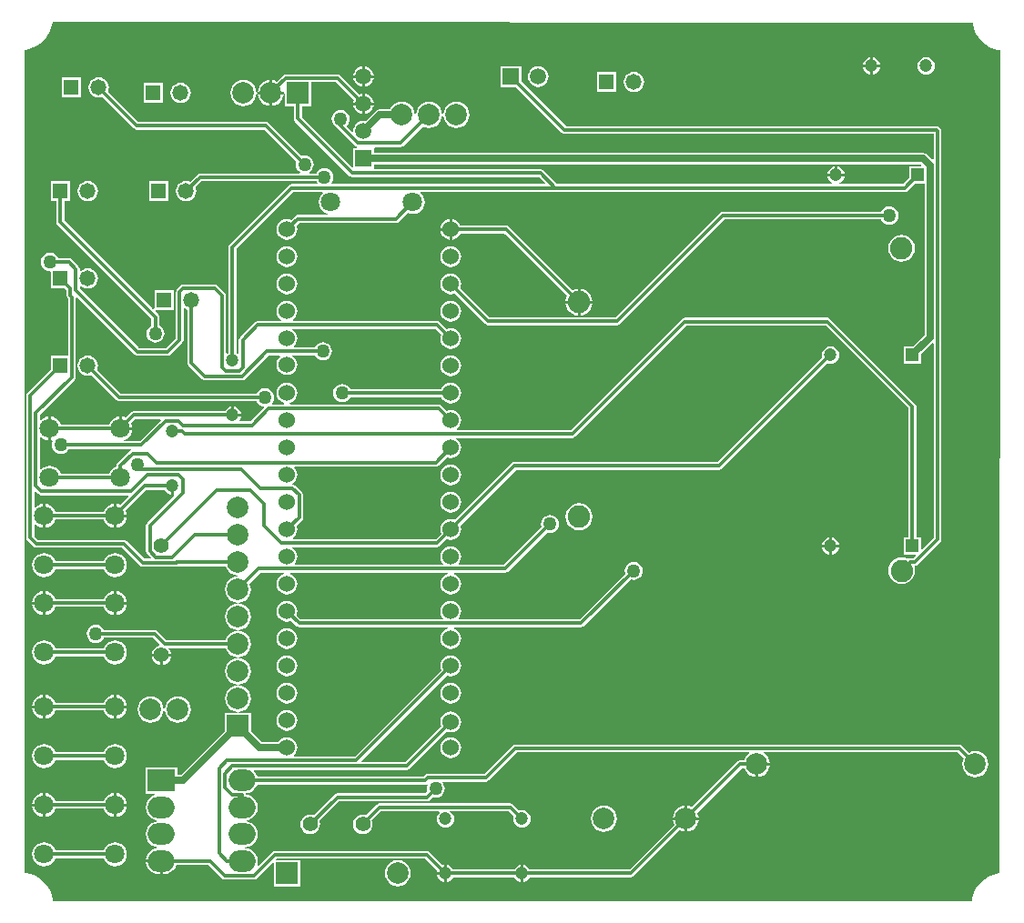
<source format=gbl>
%FSLAX25Y25*%
%MOIN*%
G70*
G01*
G75*
G04 Layer_Physical_Order=2*
G04 Layer_Color=16711680*
%ADD10C,0.01200*%
%ADD11C,0.02500*%
%ADD12C,0.05800*%
%ADD13R,0.05600X0.05600*%
%ADD14C,0.07087*%
%ADD15C,0.04724*%
%ADD16C,0.07874*%
%ADD17R,0.07874X0.07874*%
%ADD18C,0.05512*%
%ADD19R,0.09843X0.07087*%
%ADD20O,0.09843X0.07087*%
%ADD21C,0.07087*%
%ADD22R,0.05906X0.05906*%
%ADD23C,0.05906*%
%ADD24R,0.07874X0.07874*%
%ADD25R,0.04724X0.04724*%
%ADD26C,0.08200*%
%ADD27R,0.05906X0.05906*%
%ADD28R,0.09843X0.07874*%
%ADD29O,0.09843X0.07874*%
%ADD30C,0.05000*%
%ADD31C,0.06000*%
G36*
X361145Y285800D02*
X361181Y285332D01*
X361601Y283583D01*
X362290Y281922D01*
X363229Y280388D01*
X364397Y279021D01*
X365764Y277853D01*
X367298Y276914D01*
X368959Y276225D01*
X370707Y275806D01*
X371174Y275769D01*
X370983Y-25961D01*
X370486Y-26000D01*
X368710Y-26426D01*
X367022Y-27125D01*
X365464Y-28080D01*
X364074Y-29267D01*
X362888Y-30656D01*
X361933Y-32214D01*
X361234Y-33902D01*
X360807Y-35678D01*
X360768Y-36174D01*
X24232D01*
X24191Y-35647D01*
X23757Y-33839D01*
X23045Y-32121D01*
X22074Y-30536D01*
X20866Y-29122D01*
X19452Y-27914D01*
X17867Y-26943D01*
X16150Y-26232D01*
X14342Y-25797D01*
X13814Y-25756D01*
X13825Y275828D01*
X14342Y275868D01*
X16139Y276300D01*
X17846Y277007D01*
X19422Y277973D01*
X20827Y279173D01*
X22027Y280578D01*
X22993Y282154D01*
X23700Y283861D01*
X24132Y285658D01*
X24172Y286173D01*
X361145Y285800D01*
D02*
G37*
%LPC*%
G36*
X309500Y97124D02*
Y94500D01*
X312124D01*
X312081Y94826D01*
X311762Y95595D01*
X311255Y96255D01*
X310595Y96762D01*
X309825Y97081D01*
X309500Y97124D01*
D02*
G37*
G36*
X308500D02*
X308174Y97081D01*
X307405Y96762D01*
X306745Y96255D01*
X306238Y95595D01*
X305919Y94826D01*
X305876Y94500D01*
X308500D01*
Y97124D01*
D02*
G37*
G36*
X46992Y21326D02*
X45858Y21177D01*
X44802Y20739D01*
X43894Y20043D01*
X43198Y19135D01*
X42882Y18372D01*
X25118D01*
X24802Y19135D01*
X24106Y20043D01*
X23198Y20739D01*
X22142Y21177D01*
X21008Y21326D01*
X19874Y21177D01*
X18818Y20739D01*
X17910Y20043D01*
X17214Y19135D01*
X16777Y18079D01*
X16627Y16945D01*
X16777Y15811D01*
X17214Y14755D01*
X17910Y13847D01*
X18818Y13151D01*
X19874Y12713D01*
X21008Y12564D01*
X22142Y12713D01*
X23198Y13151D01*
X24106Y13847D01*
X24802Y14755D01*
X25118Y15518D01*
X42882D01*
X43198Y14755D01*
X43894Y13847D01*
X44802Y13151D01*
X45858Y12713D01*
X46992Y12564D01*
X48126Y12713D01*
X49183Y13151D01*
X50090Y13847D01*
X50786Y14755D01*
X51224Y15811D01*
X51373Y16945D01*
X51224Y18079D01*
X50786Y19135D01*
X50090Y20043D01*
X49183Y20739D01*
X48126Y21177D01*
X46992Y21326D01*
D02*
G37*
G36*
X216917Y109609D02*
X215638Y109441D01*
X214446Y108947D01*
X213422Y108161D01*
X212637Y107138D01*
X212143Y105946D01*
X211975Y104667D01*
X212143Y103388D01*
X212637Y102196D01*
X213422Y101172D01*
X214446Y100387D01*
X215638Y99893D01*
X216917Y99725D01*
X218196Y99893D01*
X219388Y100387D01*
X220411Y101172D01*
X221197Y102196D01*
X221691Y103388D01*
X221859Y104667D01*
X221691Y105946D01*
X221197Y107138D01*
X220411Y108161D01*
X219388Y108947D01*
X218196Y109441D01*
X216917Y109609D01*
D02*
G37*
G36*
X308500Y93500D02*
X305876D01*
X305919Y93174D01*
X306238Y92405D01*
X306745Y91745D01*
X307405Y91238D01*
X308174Y90919D01*
X308500Y90876D01*
Y93500D01*
D02*
G37*
G36*
X46992Y91326D02*
X45858Y91176D01*
X44802Y90739D01*
X43894Y90043D01*
X43198Y89135D01*
X42882Y88372D01*
X25118D01*
X24802Y89135D01*
X24106Y90043D01*
X23198Y90739D01*
X22142Y91176D01*
X21008Y91326D01*
X19874Y91176D01*
X18818Y90739D01*
X17910Y90043D01*
X17214Y89135D01*
X16777Y88079D01*
X16627Y86945D01*
X16777Y85811D01*
X17214Y84755D01*
X17910Y83847D01*
X18818Y83151D01*
X19874Y82714D01*
X21008Y82564D01*
X22142Y82714D01*
X23198Y83151D01*
X24106Y83847D01*
X24802Y84755D01*
X25118Y85518D01*
X42882D01*
X43198Y84755D01*
X43894Y83847D01*
X44802Y83151D01*
X45858Y82714D01*
X46992Y82564D01*
X48126Y82714D01*
X49183Y83151D01*
X50090Y83847D01*
X50786Y84755D01*
X51224Y85811D01*
X51373Y86945D01*
X51224Y88079D01*
X50786Y89135D01*
X50090Y90043D01*
X49183Y90739D01*
X48126Y91176D01*
X46992Y91326D01*
D02*
G37*
G36*
X237000Y88228D02*
X236139Y88115D01*
X235336Y87783D01*
X234646Y87254D01*
X234118Y86564D01*
X233785Y85761D01*
X233671Y84900D01*
X233785Y84039D01*
X233883Y83802D01*
X217109Y67027D01*
X173074D01*
X172853Y67476D01*
X173319Y68084D01*
X173702Y69008D01*
X173833Y70000D01*
X173702Y70992D01*
X173319Y71916D01*
X172710Y72710D01*
X171916Y73319D01*
X170992Y73702D01*
X170000Y73833D01*
X169008Y73702D01*
X168084Y73319D01*
X167290Y72710D01*
X166681Y71916D01*
X166298Y70992D01*
X166167Y70000D01*
X166298Y69008D01*
X166681Y68084D01*
X167147Y67476D01*
X166926Y67027D01*
X114991D01*
X113500Y68519D01*
X113702Y69008D01*
X113833Y70000D01*
X113702Y70992D01*
X113319Y71916D01*
X112710Y72710D01*
X111916Y73319D01*
X110992Y73702D01*
X110000Y73833D01*
X109008Y73702D01*
X108084Y73319D01*
X107290Y72710D01*
X106681Y71916D01*
X106298Y70992D01*
X106167Y70000D01*
X106298Y69008D01*
X106681Y68084D01*
X107290Y67290D01*
X108084Y66681D01*
X109008Y66298D01*
X110000Y66167D01*
X110992Y66298D01*
X111481Y66500D01*
X113391Y64591D01*
X113854Y64281D01*
X114400Y64173D01*
X114400Y64173D01*
X168862D01*
X168960Y63682D01*
X168084Y63319D01*
X167290Y62710D01*
X166681Y61916D01*
X166298Y60992D01*
X166167Y60000D01*
X166298Y59008D01*
X166681Y58084D01*
X167290Y57290D01*
X168084Y56681D01*
X169008Y56298D01*
X170000Y56167D01*
X170992Y56298D01*
X171916Y56681D01*
X172710Y57290D01*
X173319Y58084D01*
X173702Y59008D01*
X173833Y60000D01*
X173702Y60992D01*
X173319Y61916D01*
X172710Y62710D01*
X171916Y63319D01*
X171040Y63682D01*
X171138Y64173D01*
X217700D01*
X217700Y64173D01*
X218246Y64281D01*
X218709Y64591D01*
X235902Y81783D01*
X236139Y81685D01*
X237000Y81572D01*
X237861Y81685D01*
X238664Y82017D01*
X239354Y82546D01*
X239882Y83236D01*
X240215Y84039D01*
X240329Y84900D01*
X240215Y85761D01*
X239882Y86564D01*
X239354Y87254D01*
X238664Y87783D01*
X237861Y88115D01*
X237000Y88228D01*
D02*
G37*
G36*
X312124Y93500D02*
X309500D01*
Y90876D01*
X309825Y90919D01*
X310595Y91238D01*
X311255Y91745D01*
X311762Y92405D01*
X312081Y93174D01*
X312124Y93500D01*
D02*
G37*
G36*
X170000Y113833D02*
X169008Y113702D01*
X168084Y113319D01*
X167290Y112710D01*
X166681Y111916D01*
X166298Y110992D01*
X166167Y110000D01*
X166298Y109008D01*
X166681Y108084D01*
X167290Y107290D01*
X168084Y106681D01*
X169008Y106298D01*
X170000Y106167D01*
X170992Y106298D01*
X171916Y106681D01*
X172710Y107290D01*
X173319Y108084D01*
X173702Y109008D01*
X173833Y110000D01*
X173702Y110992D01*
X173319Y111916D01*
X172710Y112710D01*
X171916Y113319D01*
X170992Y113702D01*
X170000Y113833D01*
D02*
G37*
G36*
X20508Y3370D02*
X19874Y3287D01*
X18818Y2849D01*
X17910Y2153D01*
X17214Y1246D01*
X16777Y189D01*
X16693Y-445D01*
X20508D01*
Y3370D01*
D02*
G37*
G36*
X30600Y227600D02*
X23400D01*
Y220400D01*
X25573D01*
Y212700D01*
X25573Y212700D01*
X25681Y212154D01*
X25991Y211691D01*
X60373Y177309D01*
Y174881D01*
X60136Y174783D01*
X59446Y174254D01*
X58917Y173564D01*
X58585Y172761D01*
X58472Y171900D01*
X58585Y171038D01*
X58917Y170236D01*
X59446Y169546D01*
X60136Y169018D01*
X60939Y168685D01*
X61800Y168571D01*
X62661Y168685D01*
X63464Y169018D01*
X64154Y169546D01*
X64683Y170236D01*
X65015Y171038D01*
X65128Y171900D01*
X65015Y172761D01*
X64683Y173564D01*
X64154Y174254D01*
X63464Y174783D01*
X63227Y174881D01*
Y177900D01*
X63227Y177900D01*
X63119Y178446D01*
X62995Y178632D01*
X62809Y178909D01*
X62809Y178909D01*
X61781Y179938D01*
X61972Y180400D01*
X68600D01*
Y187600D01*
X61400D01*
Y180972D01*
X60938Y180781D01*
X28427Y213291D01*
Y220400D01*
X30600D01*
Y227600D01*
D02*
G37*
G36*
X20508Y-1445D02*
X16693D01*
X16777Y-2079D01*
X17214Y-3135D01*
X17910Y-4042D01*
X18818Y-4739D01*
X19874Y-5176D01*
X20508Y-5260D01*
Y-1445D01*
D02*
G37*
G36*
X51307D02*
X47492D01*
Y-5260D01*
X48126Y-5176D01*
X49183Y-4739D01*
X50090Y-4042D01*
X50786Y-3135D01*
X51224Y-2079D01*
X51307Y-1445D01*
D02*
G37*
G36*
X47492Y3370D02*
Y-445D01*
X51307D01*
X51224Y189D01*
X50786Y1246D01*
X50090Y2153D01*
X49183Y2849D01*
X48126Y3287D01*
X47492Y3370D01*
D02*
G37*
G36*
X170000Y123833D02*
X169008Y123702D01*
X168084Y123319D01*
X167290Y122710D01*
X166681Y121916D01*
X166298Y120992D01*
X166167Y120000D01*
X166298Y119008D01*
X166681Y118084D01*
X167290Y117290D01*
X168084Y116681D01*
X169008Y116298D01*
X170000Y116167D01*
X170992Y116298D01*
X171916Y116681D01*
X172710Y117290D01*
X173319Y118084D01*
X173702Y119008D01*
X173833Y120000D01*
X173702Y120992D01*
X173319Y121916D01*
X172710Y122710D01*
X171916Y123319D01*
X170992Y123702D01*
X170000Y123833D01*
D02*
G37*
G36*
Y23833D02*
X169008Y23702D01*
X168084Y23319D01*
X167290Y22710D01*
X166681Y21916D01*
X166298Y20992D01*
X166167Y20000D01*
X166298Y19008D01*
X166681Y18084D01*
X167290Y17290D01*
X168084Y16681D01*
X169008Y16298D01*
X170000Y16167D01*
X170992Y16298D01*
X171916Y16681D01*
X172710Y17290D01*
X173319Y18084D01*
X173702Y19008D01*
X173833Y20000D01*
X173702Y20992D01*
X173319Y21916D01*
X172710Y22710D01*
X171916Y23319D01*
X170992Y23702D01*
X170000Y23833D01*
D02*
G37*
G36*
X46492Y3370D02*
X45858Y3287D01*
X44802Y2849D01*
X43894Y2153D01*
X43198Y1246D01*
X42882Y483D01*
X25118D01*
X24802Y1246D01*
X24106Y2153D01*
X23198Y2849D01*
X22142Y3287D01*
X21508Y3370D01*
Y-946D01*
Y-5260D01*
X22142Y-5176D01*
X23198Y-4739D01*
X24106Y-4042D01*
X24802Y-3135D01*
X25118Y-2372D01*
X42882D01*
X43198Y-3135D01*
X43894Y-4042D01*
X44802Y-4739D01*
X45858Y-5176D01*
X46492Y-5260D01*
Y-946D01*
Y3370D01*
D02*
G37*
G36*
X286712Y13500D02*
X282500D01*
Y9288D01*
X283237Y9385D01*
X284389Y9862D01*
X285379Y10622D01*
X286138Y11611D01*
X286615Y12763D01*
X286712Y13500D01*
D02*
G37*
G36*
X110000Y43833D02*
X109008Y43702D01*
X108084Y43319D01*
X107290Y42710D01*
X106681Y41916D01*
X106298Y40992D01*
X106167Y40000D01*
X106298Y39008D01*
X106681Y38084D01*
X107290Y37290D01*
X108084Y36681D01*
X109008Y36298D01*
X110000Y36167D01*
X110992Y36298D01*
X111916Y36681D01*
X112710Y37290D01*
X113319Y38084D01*
X113702Y39008D01*
X113833Y40000D01*
X113702Y40992D01*
X113319Y41916D01*
X112710Y42710D01*
X111916Y43319D01*
X110992Y43702D01*
X110000Y43833D01*
D02*
G37*
G36*
X47492Y39370D02*
Y35555D01*
X51307D01*
X51224Y36189D01*
X50786Y37246D01*
X50090Y38153D01*
X49183Y38849D01*
X48126Y39287D01*
X47492Y39370D01*
D02*
G37*
G36*
X46492D02*
X45858Y39287D01*
X44802Y38849D01*
X43894Y38153D01*
X43198Y37246D01*
X42882Y36483D01*
X25118D01*
X24802Y37246D01*
X24106Y38153D01*
X23198Y38849D01*
X22142Y39287D01*
X21508Y39370D01*
Y35054D01*
Y30740D01*
X22142Y30824D01*
X23198Y31261D01*
X24106Y31958D01*
X24802Y32865D01*
X25118Y33628D01*
X42882D01*
X43198Y32865D01*
X43894Y31958D01*
X44802Y31261D01*
X45858Y30824D01*
X46492Y30740D01*
Y35054D01*
Y39370D01*
D02*
G37*
G36*
X170000Y43833D02*
X169008Y43702D01*
X168084Y43319D01*
X167290Y42710D01*
X166681Y41916D01*
X166298Y40992D01*
X166167Y40000D01*
X166298Y39008D01*
X166681Y38084D01*
X167290Y37290D01*
X168084Y36681D01*
X169008Y36298D01*
X170000Y36167D01*
X170992Y36298D01*
X171916Y36681D01*
X172710Y37290D01*
X173319Y38084D01*
X173702Y39008D01*
X173833Y40000D01*
X173702Y40992D01*
X173319Y41916D01*
X172710Y42710D01*
X171916Y43319D01*
X170992Y43702D01*
X170000Y43833D01*
D02*
G37*
G36*
X20508Y39370D02*
X19874Y39287D01*
X18818Y38849D01*
X17910Y38153D01*
X17214Y37246D01*
X16777Y36189D01*
X16693Y35555D01*
X20508D01*
Y39370D01*
D02*
G37*
G36*
Y34555D02*
X16693D01*
X16777Y33921D01*
X17214Y32865D01*
X17910Y31958D01*
X18818Y31261D01*
X19874Y30824D01*
X20508Y30740D01*
Y34555D01*
D02*
G37*
G36*
X110000Y33833D02*
X109008Y33702D01*
X108084Y33319D01*
X107290Y32710D01*
X106681Y31916D01*
X106298Y30992D01*
X106167Y30000D01*
X106298Y29008D01*
X106681Y28084D01*
X107290Y27290D01*
X108084Y26681D01*
X109008Y26298D01*
X110000Y26167D01*
X110992Y26298D01*
X111916Y26681D01*
X112710Y27290D01*
X113319Y28084D01*
X113702Y29008D01*
X113833Y30000D01*
X113702Y30992D01*
X113319Y31916D01*
X112710Y32710D01*
X111916Y33319D01*
X110992Y33702D01*
X110000Y33833D01*
D02*
G37*
G36*
X70000Y38778D02*
X68763Y38615D01*
X67611Y38138D01*
X66622Y37378D01*
X65862Y36389D01*
X65385Y35237D01*
X65250Y34212D01*
X64750D01*
X64615Y35237D01*
X64138Y36389D01*
X63379Y37378D01*
X62389Y38138D01*
X61237Y38615D01*
X60000Y38778D01*
X58763Y38615D01*
X57611Y38138D01*
X56621Y37378D01*
X55862Y36389D01*
X55385Y35237D01*
X55222Y34000D01*
X55385Y32763D01*
X55862Y31611D01*
X56621Y30621D01*
X57611Y29862D01*
X58763Y29385D01*
X60000Y29222D01*
X61237Y29385D01*
X62389Y29862D01*
X63379Y30621D01*
X64138Y31611D01*
X64615Y32763D01*
X64750Y33788D01*
X65250D01*
X65385Y32763D01*
X65862Y31611D01*
X66622Y30621D01*
X67611Y29862D01*
X68763Y29385D01*
X70000Y29222D01*
X71237Y29385D01*
X72389Y29862D01*
X73378Y30621D01*
X74138Y31611D01*
X74615Y32763D01*
X74778Y34000D01*
X74615Y35237D01*
X74138Y36389D01*
X73378Y37378D01*
X72389Y38138D01*
X71237Y38615D01*
X70000Y38778D01*
D02*
G37*
G36*
X51307Y34555D02*
X47492D01*
Y30740D01*
X48126Y30824D01*
X49183Y31261D01*
X50090Y31958D01*
X50786Y32865D01*
X51224Y33921D01*
X51307Y34555D01*
D02*
G37*
G36*
X110000Y53833D02*
X109008Y53702D01*
X108084Y53319D01*
X107290Y52710D01*
X106681Y51916D01*
X106298Y50992D01*
X106167Y50000D01*
X106298Y49008D01*
X106681Y48084D01*
X107290Y47290D01*
X108084Y46681D01*
X109008Y46298D01*
X110000Y46167D01*
X110992Y46298D01*
X111916Y46681D01*
X112710Y47290D01*
X113319Y48084D01*
X113702Y49008D01*
X113833Y50000D01*
X113702Y50992D01*
X113319Y51916D01*
X112710Y52710D01*
X111916Y53319D01*
X110992Y53702D01*
X110000Y53833D01*
D02*
G37*
G36*
X20508Y77370D02*
X19874Y77287D01*
X18818Y76849D01*
X17910Y76153D01*
X17214Y75246D01*
X16777Y74189D01*
X16693Y73555D01*
X20508D01*
Y77370D01*
D02*
G37*
G36*
X51307Y72555D02*
X47492D01*
Y68740D01*
X48126Y68824D01*
X49183Y69261D01*
X50090Y69958D01*
X50786Y70865D01*
X51224Y71921D01*
X51307Y72555D01*
D02*
G37*
G36*
X46492Y77370D02*
X45858Y77287D01*
X44802Y76849D01*
X43894Y76153D01*
X43198Y75246D01*
X42882Y74483D01*
X25118D01*
X24802Y75246D01*
X24106Y76153D01*
X23198Y76849D01*
X22142Y77287D01*
X21508Y77370D01*
Y73054D01*
Y68740D01*
X22142Y68824D01*
X23198Y69261D01*
X24106Y69958D01*
X24802Y70865D01*
X25118Y71628D01*
X42882D01*
X43198Y70865D01*
X43894Y69958D01*
X44802Y69261D01*
X45858Y68824D01*
X46492Y68740D01*
Y73054D01*
Y77370D01*
D02*
G37*
G36*
X47492D02*
Y73555D01*
X51307D01*
X51224Y74189D01*
X50786Y75246D01*
X50090Y76153D01*
X49183Y76849D01*
X48126Y77287D01*
X47492Y77370D01*
D02*
G37*
G36*
X20508Y72555D02*
X16693D01*
X16777Y71921D01*
X17214Y70865D01*
X17910Y69958D01*
X18818Y69261D01*
X19874Y68824D01*
X20508Y68740D01*
Y72555D01*
D02*
G37*
G36*
X67521Y53500D02*
X64500D01*
Y50479D01*
X64928Y50536D01*
X65793Y50894D01*
X66536Y51464D01*
X67106Y52207D01*
X67464Y53072D01*
X67521Y53500D01*
D02*
G37*
G36*
X63500D02*
X60479D01*
X60536Y53072D01*
X60894Y52207D01*
X61464Y51464D01*
X62207Y50894D01*
X63072Y50536D01*
X63500Y50479D01*
Y53500D01*
D02*
G37*
G36*
X46992Y59326D02*
X45858Y59176D01*
X44802Y58739D01*
X43894Y58043D01*
X43198Y57135D01*
X42882Y56372D01*
X25118D01*
X24802Y57135D01*
X24106Y58043D01*
X23198Y58739D01*
X22142Y59176D01*
X21008Y59326D01*
X19874Y59176D01*
X18818Y58739D01*
X17910Y58043D01*
X17214Y57135D01*
X16777Y56079D01*
X16627Y54945D01*
X16777Y53811D01*
X17214Y52755D01*
X17910Y51847D01*
X18818Y51151D01*
X19874Y50713D01*
X21008Y50564D01*
X22142Y50713D01*
X23198Y51151D01*
X24106Y51847D01*
X24802Y52755D01*
X25118Y53518D01*
X42882D01*
X43198Y52755D01*
X43894Y51847D01*
X44802Y51151D01*
X45858Y50713D01*
X46992Y50564D01*
X48126Y50713D01*
X49183Y51151D01*
X50090Y51847D01*
X50786Y52755D01*
X51224Y53811D01*
X51373Y54945D01*
X51224Y56079D01*
X50786Y57135D01*
X50090Y58043D01*
X49183Y58739D01*
X48126Y59176D01*
X46992Y59326D01*
D02*
G37*
G36*
X110000Y63833D02*
X109008Y63702D01*
X108084Y63319D01*
X107290Y62710D01*
X106681Y61916D01*
X106298Y60992D01*
X106167Y60000D01*
X106298Y59008D01*
X106681Y58084D01*
X107290Y57290D01*
X108084Y56681D01*
X109008Y56298D01*
X110000Y56167D01*
X110992Y56298D01*
X111916Y56681D01*
X112710Y57290D01*
X113319Y58084D01*
X113702Y59008D01*
X113833Y60000D01*
X113702Y60992D01*
X113319Y61916D01*
X112710Y62710D01*
X111916Y63319D01*
X110992Y63702D01*
X110000Y63833D01*
D02*
G37*
G36*
X237000Y267732D02*
X236034Y267605D01*
X235134Y267232D01*
X234361Y266639D01*
X233768Y265866D01*
X233395Y264966D01*
X233268Y264000D01*
X233395Y263034D01*
X233768Y262134D01*
X234361Y261361D01*
X235134Y260768D01*
X236034Y260395D01*
X237000Y260268D01*
X237966Y260395D01*
X238866Y260768D01*
X239639Y261361D01*
X240232Y262134D01*
X240605Y263034D01*
X240732Y264000D01*
X240605Y264966D01*
X240232Y265866D01*
X239639Y266639D01*
X238866Y267232D01*
X237966Y267605D01*
X237000Y267732D01*
D02*
G37*
G36*
X94000Y264778D02*
X92763Y264615D01*
X91611Y264138D01*
X90622Y263379D01*
X89862Y262389D01*
X89385Y261237D01*
X89222Y260000D01*
X89385Y258763D01*
X89862Y257611D01*
X90622Y256622D01*
X91611Y255862D01*
X92763Y255385D01*
X94000Y255222D01*
X95237Y255385D01*
X96389Y255862D01*
X97378Y256622D01*
X98138Y257611D01*
X98615Y258763D01*
X98750Y259788D01*
X99250D01*
X99222Y260000D01*
X99250Y260212D01*
X98750D01*
X98615Y261237D01*
X98138Y262389D01*
X97378Y263379D01*
X96389Y264138D01*
X95237Y264615D01*
X94000Y264778D01*
D02*
G37*
G36*
X103500Y264712D02*
X102763Y264615D01*
X101611Y264138D01*
X100621Y263379D01*
X99862Y262389D01*
X99385Y261237D01*
X99288Y260500D01*
X103500D01*
Y264712D01*
D02*
G37*
G36*
X230600Y267600D02*
X223400D01*
Y260400D01*
X230600D01*
Y267600D01*
D02*
G37*
G36*
X34600Y265600D02*
X27400D01*
Y258400D01*
X34600D01*
Y265600D01*
D02*
G37*
G36*
X64600Y263600D02*
X57400D01*
Y256400D01*
X64600D01*
Y263600D01*
D02*
G37*
G36*
X71000Y263732D02*
X70034Y263605D01*
X69134Y263232D01*
X68361Y262639D01*
X67768Y261866D01*
X67395Y260966D01*
X67268Y260000D01*
X67395Y259034D01*
X67768Y258134D01*
X68361Y257361D01*
X69134Y256768D01*
X70034Y256395D01*
X71000Y256268D01*
X71966Y256395D01*
X72866Y256768D01*
X73639Y257361D01*
X74232Y258134D01*
X74605Y259034D01*
X74732Y260000D01*
X74605Y260966D01*
X74232Y261866D01*
X73639Y262639D01*
X72866Y263232D01*
X71966Y263605D01*
X71000Y263732D01*
D02*
G37*
G36*
X138500Y259719D02*
Y256500D01*
X141719D01*
X141656Y256980D01*
X141278Y257893D01*
X140676Y258677D01*
X139893Y259278D01*
X138980Y259656D01*
X138500Y259719D01*
D02*
G37*
G36*
X195753Y269753D02*
X188247D01*
Y262247D01*
X193734D01*
X210491Y245491D01*
X210491Y245491D01*
X210768Y245305D01*
X210954Y245181D01*
X211500Y245073D01*
X346773D01*
Y235837D01*
X346311Y235645D01*
X344478Y237478D01*
X343800Y237931D01*
X343000Y238090D01*
X343000Y238090D01*
X141753D01*
Y239753D01*
X141753D01*
Y239819D01*
X142106Y240173D01*
X151600D01*
X151600Y240173D01*
X152146Y240281D01*
X152609Y240591D01*
X159802Y247783D01*
X160763Y247385D01*
X162000Y247222D01*
X163237Y247385D01*
X164389Y247862D01*
X165378Y248622D01*
X166138Y249611D01*
X166615Y250763D01*
X166750Y251788D01*
X167250D01*
X167385Y250763D01*
X167862Y249611D01*
X168622Y248622D01*
X169611Y247862D01*
X170763Y247385D01*
X172000Y247222D01*
X173237Y247385D01*
X174389Y247862D01*
X175379Y248622D01*
X176138Y249611D01*
X176615Y250763D01*
X176778Y252000D01*
X176615Y253237D01*
X176138Y254389D01*
X175379Y255379D01*
X174389Y256138D01*
X173237Y256615D01*
X172000Y256778D01*
X170763Y256615D01*
X169611Y256138D01*
X168622Y255379D01*
X167862Y254389D01*
X167385Y253237D01*
X167250Y252212D01*
X166750D01*
X166615Y253237D01*
X166138Y254389D01*
X165378Y255379D01*
X164389Y256138D01*
X163237Y256615D01*
X162000Y256778D01*
X160763Y256615D01*
X159611Y256138D01*
X158622Y255379D01*
X157862Y254389D01*
X157385Y253237D01*
X157250Y252212D01*
X156750D01*
X156615Y253237D01*
X156138Y254389D01*
X155378Y255379D01*
X154389Y256138D01*
X153237Y256615D01*
X152000Y256778D01*
X150763Y256615D01*
X149611Y256138D01*
X148621Y255379D01*
X147862Y254389D01*
X147739Y254090D01*
X144000D01*
X143200Y253931D01*
X142522Y253478D01*
X138733Y249689D01*
X138000Y249785D01*
X137020Y249656D01*
X136107Y249278D01*
X135324Y248676D01*
X134722Y247893D01*
X134344Y246980D01*
X134219Y246034D01*
X133746Y245873D01*
X131924Y247695D01*
X131954Y248146D01*
X132483Y248836D01*
X132815Y249639D01*
X132929Y250500D01*
X132815Y251361D01*
X132483Y252164D01*
X131954Y252854D01*
X131264Y253382D01*
X130462Y253715D01*
X129600Y253829D01*
X128738Y253715D01*
X127936Y253382D01*
X127246Y252854D01*
X126717Y252164D01*
X126385Y251361D01*
X126271Y250500D01*
X126385Y249639D01*
X126717Y248836D01*
X127246Y248146D01*
X127936Y247618D01*
X128277Y247476D01*
X128281Y247454D01*
X128591Y246991D01*
X134991Y240591D01*
X134991Y240591D01*
X135454Y240281D01*
X135609Y240250D01*
X135560Y239753D01*
X134247D01*
Y233025D01*
X133785Y232833D01*
X115427Y251191D01*
Y255263D01*
X118737D01*
Y264073D01*
X127909D01*
X134537Y257445D01*
X134344Y256980D01*
X134281Y256500D01*
X137500D01*
Y259719D01*
X137020Y259656D01*
X136555Y259464D01*
X129509Y266509D01*
X129046Y266819D01*
X128500Y266927D01*
X128500Y266927D01*
X109500D01*
X108954Y266819D01*
X108768Y266695D01*
X108491Y266509D01*
X108491Y266509D01*
X106198Y264217D01*
X105237Y264615D01*
X104500Y264712D01*
Y260500D01*
X108712D01*
X108778Y260000D01*
X108764Y259895D01*
X108898Y259886D01*
D01*
X109159Y259869D01*
X109263Y259772D01*
Y255263D01*
X112573D01*
Y250600D01*
X112573Y250600D01*
X112681Y250054D01*
X112991Y249591D01*
X132991Y229591D01*
X132991Y229591D01*
X133268Y229405D01*
X133454Y229281D01*
X134000Y229173D01*
X134000Y229173D01*
X202309D01*
X204392Y227089D01*
X204201Y226627D01*
X126528D01*
X126306Y227076D01*
X126583Y227436D01*
X126915Y228239D01*
X127029Y229100D01*
X126915Y229961D01*
X126583Y230764D01*
X126054Y231454D01*
X125364Y231982D01*
X124562Y232315D01*
X123700Y232429D01*
X122838Y232315D01*
X122036Y231982D01*
X121346Y231454D01*
X120817Y230764D01*
X120719Y230527D01*
X118267D01*
X118064Y231017D01*
X118754Y231546D01*
X119282Y232236D01*
X119615Y233038D01*
X119729Y233900D01*
X119615Y234762D01*
X119282Y235564D01*
X118754Y236254D01*
X118064Y236783D01*
X117262Y237115D01*
X116400Y237228D01*
X115539Y237115D01*
X115302Y237017D01*
X103309Y249009D01*
X102846Y249319D01*
X102300Y249427D01*
X102300Y249427D01*
X55591D01*
X44423Y260596D01*
X44605Y261034D01*
X44732Y262000D01*
X44605Y262966D01*
X44232Y263866D01*
X43639Y264639D01*
X42866Y265232D01*
X41966Y265605D01*
X41000Y265732D01*
X40034Y265605D01*
X39134Y265232D01*
X38361Y264639D01*
X37768Y263866D01*
X37395Y262966D01*
X37268Y262000D01*
X37395Y261034D01*
X37768Y260134D01*
X38361Y259361D01*
X39134Y258768D01*
X40034Y258395D01*
X41000Y258268D01*
X41966Y258395D01*
X42404Y258577D01*
X53991Y246991D01*
X54454Y246681D01*
X55000Y246573D01*
X55000Y246573D01*
X101709D01*
X113283Y234998D01*
X113185Y234762D01*
X113072Y233900D01*
X113185Y233038D01*
X113517Y232236D01*
X114046Y231546D01*
X114736Y231017D01*
X114533Y230527D01*
X78100D01*
X78100Y230527D01*
X77554Y230419D01*
X77091Y230109D01*
X77091Y230109D01*
X74404Y227423D01*
X73966Y227605D01*
X73000Y227732D01*
X72034Y227605D01*
X71134Y227232D01*
X70361Y226639D01*
X69768Y225866D01*
X69395Y224966D01*
X69268Y224000D01*
X69395Y223034D01*
X69768Y222134D01*
X70361Y221361D01*
X71134Y220768D01*
X72034Y220395D01*
X73000Y220268D01*
X73966Y220395D01*
X74866Y220768D01*
X75639Y221361D01*
X76232Y222134D01*
X76605Y223034D01*
X76732Y224000D01*
X76605Y224966D01*
X76423Y225404D01*
X78691Y227673D01*
X120719D01*
X120817Y227436D01*
X121094Y227076D01*
X120872Y226627D01*
X111700D01*
X111154Y226519D01*
X110968Y226395D01*
X110691Y226209D01*
X110691Y226209D01*
X88991Y204509D01*
X88681Y204046D01*
X88573Y203500D01*
X88573Y203500D01*
Y164831D01*
X88405Y164762D01*
X88114Y164538D01*
X87665Y164760D01*
Y185762D01*
X87665Y185762D01*
X87557Y186308D01*
X87247Y186772D01*
X87247Y186772D01*
X84709Y189309D01*
X84246Y189619D01*
X83700Y189727D01*
X83700Y189727D01*
X72000D01*
X72000Y189727D01*
X71454Y189619D01*
X70991Y189309D01*
X70991Y189309D01*
X69691Y188009D01*
X69381Y187546D01*
X69273Y187000D01*
X69273Y187000D01*
Y170091D01*
X65709Y166527D01*
X55891D01*
X34127Y188291D01*
Y188975D01*
X34576Y189196D01*
X35134Y188768D01*
X36034Y188395D01*
X37000Y188268D01*
X37966Y188395D01*
X38866Y188768D01*
X39639Y189361D01*
X40232Y190134D01*
X40605Y191034D01*
X40732Y192000D01*
X40605Y192966D01*
X40232Y193866D01*
X39639Y194639D01*
X38866Y195232D01*
X37966Y195605D01*
X37000Y195732D01*
X36034Y195605D01*
X35134Y195232D01*
X34576Y194804D01*
X34127Y195025D01*
Y195500D01*
X34127Y195500D01*
X34019Y196046D01*
X33709Y196509D01*
X33709Y196509D01*
X31109Y199109D01*
X30646Y199419D01*
X30100Y199527D01*
X30100Y199527D01*
X26181D01*
X26083Y199764D01*
X25554Y200454D01*
X24864Y200982D01*
X24061Y201315D01*
X23200Y201429D01*
X22339Y201315D01*
X21536Y200982D01*
X20846Y200454D01*
X20317Y199764D01*
X19985Y198961D01*
X19872Y198100D01*
X19985Y197239D01*
X20317Y196436D01*
X20846Y195746D01*
X21536Y195218D01*
X22339Y194885D01*
X23200Y194772D01*
X23400Y194596D01*
Y188400D01*
X28581D01*
X29273Y187709D01*
Y185700D01*
X29273Y185700D01*
X29381Y185154D01*
X29691Y184691D01*
X29773Y184609D01*
Y163600D01*
X23400D01*
Y158419D01*
X14991Y150009D01*
X14681Y149546D01*
X14573Y149000D01*
X14573Y149000D01*
Y97000D01*
X14573Y97000D01*
X14681Y96454D01*
X14991Y95991D01*
X17191Y93791D01*
X17654Y93481D01*
X18200Y93373D01*
X18200Y93373D01*
X49674D01*
X56212Y86835D01*
X56675Y86525D01*
X57222Y86417D01*
X57222Y86417D01*
X69500D01*
X69500Y86417D01*
X70046Y86525D01*
X70117Y86573D01*
X87464D01*
X87862Y85611D01*
X88621Y84622D01*
X89611Y83862D01*
X90763Y83385D01*
X91750Y83255D01*
X91750D01*
X91788Y83250D01*
Y82750D01*
X90763Y82615D01*
X89611Y82138D01*
X88621Y81379D01*
X87862Y80389D01*
X87385Y79237D01*
X87222Y78000D01*
X87385Y76763D01*
X87862Y75611D01*
X88621Y74621D01*
X89611Y73862D01*
X90763Y73385D01*
X91788Y73250D01*
Y72750D01*
X90763Y72615D01*
X89611Y72138D01*
X88621Y71378D01*
X87862Y70389D01*
X87385Y69237D01*
X87222Y68000D01*
X87385Y66763D01*
X87862Y65611D01*
X88621Y64622D01*
X89611Y63862D01*
X90763Y63385D01*
X91788Y63250D01*
Y62750D01*
X90763Y62615D01*
X89611Y62138D01*
X88621Y61379D01*
X87862Y60389D01*
X87464Y59427D01*
X65891D01*
X62509Y62809D01*
X62046Y63119D01*
X61500Y63227D01*
X61500Y63227D01*
X42981D01*
X42882Y63464D01*
X42354Y64154D01*
X41664Y64683D01*
X40861Y65015D01*
X40000Y65128D01*
X39138Y65015D01*
X38336Y64683D01*
X37646Y64154D01*
X37117Y63464D01*
X36785Y62661D01*
X36672Y61800D01*
X36785Y60939D01*
X37117Y60136D01*
X37646Y59446D01*
X38336Y58917D01*
X39138Y58585D01*
X40000Y58472D01*
X40861Y58585D01*
X41664Y58917D01*
X42354Y59446D01*
X42882Y60136D01*
X42981Y60373D01*
X60909D01*
X63331Y57951D01*
X63170Y57477D01*
X63072Y57464D01*
X62207Y57106D01*
X61464Y56536D01*
X60894Y55793D01*
X60536Y54928D01*
X60479Y54500D01*
X67521D01*
X67464Y54928D01*
X67106Y55793D01*
X66536Y56536D01*
X66549Y56573D01*
X87464D01*
X87862Y55611D01*
X88621Y54621D01*
X89611Y53862D01*
X90763Y53385D01*
X91788Y53250D01*
Y52750D01*
X90763Y52615D01*
X89611Y52138D01*
X88621Y51379D01*
X87862Y50389D01*
X87385Y49237D01*
X87222Y48000D01*
X87385Y46763D01*
X87862Y45611D01*
X88621Y44622D01*
X89611Y43862D01*
X90763Y43385D01*
X91788Y43250D01*
Y42750D01*
X90763Y42615D01*
X89611Y42138D01*
X88621Y41379D01*
X87862Y40389D01*
X87385Y39237D01*
X87222Y38000D01*
X87385Y36763D01*
X87862Y35611D01*
X88621Y34622D01*
X89611Y33862D01*
X90763Y33385D01*
X91895Y33236D01*
X91877Y32968D01*
X91646Y32737D01*
X87263D01*
Y26219D01*
X71134Y10090D01*
X69721D01*
Y12737D01*
X58279D01*
Y3263D01*
X61682D01*
X61779Y2772D01*
X60627Y2295D01*
X59637Y1536D01*
X58878Y546D01*
X58401Y-606D01*
X58238Y-1843D01*
X58401Y-3079D01*
X58878Y-4231D01*
X59637Y-5221D01*
X60627Y-5980D01*
X61779Y-6458D01*
X62205Y-6514D01*
Y-7014D01*
X61779Y-7070D01*
X60627Y-7547D01*
X59637Y-8307D01*
X58878Y-9296D01*
X58401Y-10448D01*
X58238Y-11685D01*
X58401Y-12922D01*
X58878Y-14074D01*
X59637Y-15064D01*
X60627Y-15823D01*
X61779Y-16300D01*
X62206Y-16356D01*
Y-16856D01*
X61779Y-16913D01*
X60627Y-17390D01*
X59637Y-18149D01*
X58878Y-19139D01*
X58401Y-20291D01*
X58304Y-21028D01*
X64001D01*
Y-21527D01*
X64500D01*
Y-26305D01*
X64984D01*
X66221Y-26143D01*
X67373Y-25665D01*
X68363Y-24906D01*
X69122Y-23916D01*
X69520Y-22955D01*
X81236D01*
X86191Y-27909D01*
X86191Y-27909D01*
X86654Y-28219D01*
X86654Y-28219D01*
X86654Y-28219D01*
D01*
X86654Y-28219D01*
X86654Y-28219D01*
X87200Y-28327D01*
X87200Y-28327D01*
X97900D01*
X97900Y-28327D01*
X98446Y-28219D01*
X98909Y-27909D01*
X104801Y-22018D01*
X105263Y-22209D01*
Y-30737D01*
X114737D01*
Y-21263D01*
X106209D01*
X106018Y-20801D01*
X106191Y-20627D01*
X160609D01*
X164989Y-25007D01*
X164919Y-25174D01*
X164876Y-25500D01*
X167500D01*
Y-22876D01*
X167174Y-22919D01*
X167007Y-22988D01*
X162209Y-18191D01*
X161746Y-17881D01*
X161200Y-17773D01*
X161200Y-17773D01*
X105600D01*
X105054Y-17881D01*
X104868Y-18005D01*
X104591Y-18191D01*
X104591Y-18191D01*
X99404Y-23378D01*
X98988Y-23100D01*
X99127Y-22764D01*
X99290Y-21528D01*
X99127Y-20291D01*
X98650Y-19139D01*
X97890Y-18149D01*
X96901Y-17390D01*
X95749Y-16913D01*
X94512Y-16750D01*
Y-16463D01*
X95749Y-16300D01*
X96901Y-15823D01*
X97890Y-15064D01*
X98650Y-14074D01*
X99127Y-12922D01*
X99290Y-11685D01*
X99127Y-10448D01*
X98650Y-9296D01*
X97890Y-8307D01*
X96901Y-7547D01*
X95749Y-7070D01*
X95322Y-7014D01*
Y-6514D01*
X95749Y-6458D01*
X96901Y-5980D01*
X97890Y-5221D01*
X98650Y-4231D01*
X99127Y-3079D01*
X99290Y-1843D01*
X99127Y-606D01*
X98650Y546D01*
X97890Y1536D01*
X96901Y2295D01*
X95749Y2772D01*
X94911Y2883D01*
X94846Y3209D01*
X94874Y3270D01*
X95749Y3385D01*
X96901Y3862D01*
X97890Y4622D01*
X98650Y5611D01*
X99048Y6573D01*
X160441D01*
X160441Y6573D01*
X160987Y6681D01*
X161014Y6699D01*
X161400Y6382D01*
X161185Y5861D01*
X161072Y5000D01*
X161185Y4138D01*
X161283Y3902D01*
X160709Y3327D01*
X128400D01*
X127854Y3219D01*
X127668Y3095D01*
X127391Y2909D01*
X127391Y2909D01*
X119794Y-4687D01*
X119428Y-4536D01*
X118500Y-4413D01*
X117572Y-4536D01*
X116707Y-4894D01*
X115964Y-5464D01*
X115394Y-6207D01*
X115036Y-7072D01*
X114913Y-8000D01*
X115036Y-8928D01*
X115394Y-9793D01*
X115964Y-10536D01*
X116707Y-11106D01*
X117572Y-11464D01*
X118500Y-11587D01*
X119428Y-11464D01*
X120293Y-11106D01*
X121036Y-10536D01*
X121606Y-9793D01*
X121964Y-8928D01*
X122087Y-8000D01*
X121964Y-7072D01*
X121813Y-6706D01*
X128991Y473D01*
X161300D01*
X161300Y473D01*
X161846Y581D01*
X162309Y891D01*
X163302Y1883D01*
X163539Y1785D01*
X164400Y1671D01*
X165261Y1785D01*
X166064Y2117D01*
X166754Y2646D01*
X167282Y3336D01*
X167615Y4138D01*
X167728Y5000D01*
X167615Y5861D01*
X167282Y6664D01*
X166754Y7354D01*
X166826Y7566D01*
X182794D01*
X182794Y7566D01*
X183340Y7675D01*
X183803Y7984D01*
X194191Y18373D01*
X279139D01*
X279300Y17899D01*
X278622Y17379D01*
X277862Y16389D01*
X277464Y15427D01*
X276000D01*
X276000Y15427D01*
X275454Y15319D01*
X275268Y15195D01*
X274991Y15009D01*
X274991Y15009D01*
X258198Y-1783D01*
X257237Y-1385D01*
X256500Y-1288D01*
Y-5500D01*
X260712D01*
X260615Y-4763D01*
X260217Y-3802D01*
X276591Y12573D01*
X277464D01*
X277862Y11611D01*
X278622Y10622D01*
X279611Y9862D01*
X280763Y9385D01*
X281500Y9288D01*
Y14001D01*
X281999D01*
Y14500D01*
X286712D01*
X286615Y15237D01*
X286138Y16389D01*
X285379Y17379D01*
X284389Y18138D01*
X284436Y18373D01*
X355609D01*
X357783Y16198D01*
X357385Y15237D01*
X357222Y14000D01*
X357385Y12763D01*
X357862Y11611D01*
X358622Y10622D01*
X359611Y9862D01*
X360763Y9385D01*
X362000Y9222D01*
X363237Y9385D01*
X364389Y9862D01*
X365378Y10622D01*
X366138Y11611D01*
X366615Y12763D01*
X366778Y14000D01*
X366615Y15237D01*
X366138Y16389D01*
X365378Y17379D01*
X364389Y18138D01*
X363237Y18615D01*
X362000Y18778D01*
X360763Y18615D01*
X359802Y18217D01*
X357209Y20809D01*
X356746Y21119D01*
X356200Y21227D01*
X356200Y21227D01*
X193600D01*
X193600Y21227D01*
X193054Y21119D01*
X192591Y20809D01*
X192591Y20809D01*
X182202Y10421D01*
X161435D01*
X160889Y10312D01*
X160703Y10188D01*
X160425Y10003D01*
X160425Y10003D01*
X159850Y9427D01*
X99048D01*
X98650Y10389D01*
X97890Y11378D01*
X97815Y11436D01*
X97976Y11910D01*
X153837D01*
X153837Y11910D01*
X154383Y12018D01*
X154847Y12328D01*
X168519Y26000D01*
X169008Y25798D01*
X170000Y25667D01*
X170992Y25798D01*
X171916Y26181D01*
X172710Y26790D01*
X173319Y27584D01*
X173702Y28508D01*
X173833Y29500D01*
X173702Y30492D01*
X173319Y31416D01*
X172710Y32210D01*
X171916Y32819D01*
X170992Y33202D01*
X170000Y33333D01*
X169008Y33202D01*
X168084Y32819D01*
X167290Y32210D01*
X166681Y31416D01*
X166298Y30492D01*
X166167Y29500D01*
X166298Y28508D01*
X166500Y28019D01*
X153246Y14765D01*
X137437D01*
X137245Y15227D01*
X168519Y46500D01*
X169008Y46298D01*
X170000Y46167D01*
X170992Y46298D01*
X171916Y46681D01*
X172710Y47290D01*
X173319Y48084D01*
X173702Y49008D01*
X173833Y50000D01*
X173702Y50992D01*
X173319Y51916D01*
X172710Y52710D01*
X171916Y53319D01*
X170992Y53702D01*
X170000Y53833D01*
X169008Y53702D01*
X168084Y53319D01*
X167290Y52710D01*
X166681Y51916D01*
X166298Y50992D01*
X166167Y50000D01*
X166298Y49008D01*
X166500Y48519D01*
X134746Y16765D01*
X112803D01*
X112643Y17238D01*
X112710Y17290D01*
X113319Y18084D01*
X113702Y19008D01*
X113833Y20000D01*
X113702Y20992D01*
X113319Y21916D01*
X112710Y22710D01*
X111916Y23319D01*
X110992Y23702D01*
X110000Y23833D01*
X109008Y23702D01*
X108084Y23319D01*
X107290Y22710D01*
X106814Y22090D01*
X100866D01*
X96737Y26219D01*
Y32737D01*
X92138D01*
X92106Y33229D01*
D01*
X92105Y33236D01*
X93237Y33385D01*
X94389Y33862D01*
X95379Y34622D01*
X96138Y35611D01*
X96615Y36763D01*
X96778Y38000D01*
X96615Y39237D01*
X96138Y40389D01*
X95379Y41379D01*
X94389Y42138D01*
X93237Y42615D01*
X92212Y42750D01*
Y43250D01*
X93237Y43385D01*
X94389Y43862D01*
X95379Y44622D01*
X96138Y45611D01*
X96615Y46763D01*
X96778Y48000D01*
X96615Y49237D01*
X96138Y50389D01*
X95379Y51379D01*
X94389Y52138D01*
X93237Y52615D01*
X92212Y52750D01*
Y53250D01*
X93237Y53385D01*
X94389Y53862D01*
X95379Y54621D01*
X96138Y55611D01*
X96615Y56763D01*
X96778Y58000D01*
X96615Y59237D01*
X96138Y60389D01*
X95379Y61379D01*
X94389Y62138D01*
X93237Y62615D01*
X92212Y62750D01*
Y63250D01*
X93237Y63385D01*
X94389Y63862D01*
X95379Y64622D01*
X96138Y65611D01*
X96615Y66763D01*
X96778Y68000D01*
X96615Y69237D01*
X96138Y70389D01*
X95379Y71378D01*
X94389Y72138D01*
X93237Y72615D01*
X92212Y72750D01*
Y73250D01*
X93237Y73385D01*
X94389Y73862D01*
X95379Y74621D01*
X96138Y75611D01*
X96615Y76763D01*
X96778Y78000D01*
X96615Y79237D01*
X96217Y80198D01*
X100191Y84173D01*
X108862D01*
X108960Y83682D01*
X108084Y83319D01*
X107290Y82710D01*
X106681Y81916D01*
X106298Y80992D01*
X106167Y80000D01*
X106298Y79008D01*
X106681Y78084D01*
X107290Y77290D01*
X108084Y76681D01*
X109008Y76298D01*
X110000Y76167D01*
X110992Y76298D01*
X111916Y76681D01*
X112710Y77290D01*
X113319Y78084D01*
X113702Y79008D01*
X113833Y80000D01*
X113702Y80992D01*
X113319Y81916D01*
X112710Y82710D01*
X111916Y83319D01*
X111040Y83682D01*
X111138Y84173D01*
X168862D01*
X168960Y83682D01*
X168084Y83319D01*
X167290Y82710D01*
X166681Y81916D01*
X166298Y80992D01*
X166167Y80000D01*
X166298Y79008D01*
X166681Y78084D01*
X167290Y77290D01*
X168084Y76681D01*
X169008Y76298D01*
X170000Y76167D01*
X170992Y76298D01*
X171916Y76681D01*
X172710Y77290D01*
X173319Y78084D01*
X173702Y79008D01*
X173833Y80000D01*
X173702Y80992D01*
X173319Y81916D01*
X172710Y82710D01*
X171916Y83319D01*
X171040Y83682D01*
X171138Y84173D01*
X189900D01*
X189900Y84173D01*
X190446Y84281D01*
X190909Y84591D01*
X205202Y98883D01*
X205438Y98785D01*
X206300Y98672D01*
X207161Y98785D01*
X207964Y99117D01*
X208654Y99646D01*
X209183Y100336D01*
X209515Y101138D01*
X209629Y102000D01*
X209515Y102861D01*
X209183Y103664D01*
X208654Y104354D01*
X207964Y104883D01*
X207161Y105215D01*
X206300Y105329D01*
X205438Y105215D01*
X204636Y104883D01*
X203946Y104354D01*
X203417Y103664D01*
X203085Y102861D01*
X202972Y102000D01*
X203085Y101138D01*
X203183Y100902D01*
X189309Y87027D01*
X173074D01*
X172853Y87476D01*
X173319Y88084D01*
X173702Y89008D01*
X173833Y90000D01*
X173702Y90992D01*
X173319Y91916D01*
X172710Y92710D01*
X171916Y93319D01*
X170992Y93702D01*
X170000Y93833D01*
X169008Y93702D01*
X168084Y93319D01*
X167290Y92710D01*
X166681Y91916D01*
X166298Y90992D01*
X166167Y90000D01*
X166298Y89008D01*
X166681Y88084D01*
X167147Y87476D01*
X166926Y87027D01*
X113074D01*
X112853Y87476D01*
X113319Y88084D01*
X113702Y89008D01*
X113833Y90000D01*
X113702Y90992D01*
X113319Y91916D01*
X112710Y92710D01*
X111916Y93319D01*
X111967Y93573D01*
X165000D01*
X165000Y93573D01*
X165546Y93681D01*
X166009Y93991D01*
X168519Y96500D01*
X169008Y96298D01*
X170000Y96167D01*
X170992Y96298D01*
X171916Y96681D01*
X172710Y97290D01*
X173319Y98084D01*
X173702Y99008D01*
X173833Y100000D01*
X173702Y100992D01*
X173500Y101481D01*
X193891Y121873D01*
X268300D01*
X268300Y121873D01*
X268846Y121981D01*
X269309Y122291D01*
X308007Y160988D01*
X308174Y160919D01*
X309000Y160810D01*
X309825Y160919D01*
X310595Y161238D01*
X311255Y161745D01*
X311762Y162405D01*
X312081Y163174D01*
X312190Y164000D01*
X312081Y164825D01*
X311762Y165595D01*
X311255Y166255D01*
X310595Y166762D01*
X309825Y167081D01*
X309000Y167190D01*
X308174Y167081D01*
X307405Y166762D01*
X306745Y166255D01*
X306238Y165595D01*
X305919Y164825D01*
X305810Y164000D01*
X305919Y163174D01*
X305989Y163007D01*
X267709Y124727D01*
X193300D01*
X193300Y124727D01*
X192754Y124619D01*
X192291Y124309D01*
X192291Y124309D01*
X171481Y103500D01*
X170992Y103702D01*
X170000Y103833D01*
X169008Y103702D01*
X168084Y103319D01*
X167290Y102710D01*
X166681Y101916D01*
X166298Y100992D01*
X166167Y100000D01*
X166298Y99008D01*
X166500Y98519D01*
X164409Y96427D01*
X112364D01*
X112203Y96901D01*
X112710Y97290D01*
X113319Y98084D01*
X113702Y99008D01*
X113833Y100000D01*
X113702Y100992D01*
X113500Y101481D01*
X115409Y103391D01*
X115719Y103854D01*
X115827Y104400D01*
X115827Y104400D01*
Y112600D01*
X115719Y113146D01*
X115595Y113332D01*
X115409Y113609D01*
X115409Y113609D01*
X113009Y116009D01*
X112546Y116319D01*
X112000Y116427D01*
X112000D01*
X111967Y116427D01*
X111916Y116681D01*
X112710Y117290D01*
X113319Y118084D01*
X113702Y119008D01*
X113833Y120000D01*
X113702Y120992D01*
X113319Y121916D01*
X112710Y122710D01*
X112799Y122973D01*
X164400D01*
X164400Y122973D01*
X164946Y123081D01*
X165409Y123391D01*
X168519Y126500D01*
X169008Y126298D01*
X170000Y126167D01*
X170992Y126298D01*
X171916Y126681D01*
X172710Y127290D01*
X173319Y128084D01*
X173702Y129008D01*
X173833Y130000D01*
X173702Y130992D01*
X173319Y131916D01*
X172710Y132710D01*
X171916Y133319D01*
X171967Y133573D01*
X214400D01*
X214400Y133573D01*
X214946Y133681D01*
X215409Y133991D01*
X256191Y174773D01*
X307409D01*
X337573Y144609D01*
Y97162D01*
X335838D01*
Y90838D01*
X340066D01*
X340257Y90376D01*
X339409Y89527D01*
X338267D01*
X337720Y89419D01*
X337535Y89295D01*
X337452Y89239D01*
X336363Y89691D01*
X335083Y89859D01*
X333804Y89691D01*
X332612Y89197D01*
X331589Y88411D01*
X330803Y87388D01*
X330310Y86196D01*
X330141Y84917D01*
X330310Y83638D01*
X330803Y82446D01*
X331589Y81422D01*
X332612Y80637D01*
X333804Y80143D01*
X335083Y79975D01*
X336363Y80143D01*
X337555Y80637D01*
X338578Y81422D01*
X339364Y82446D01*
X339857Y83638D01*
X340026Y84917D01*
X339857Y86196D01*
X339790Y86358D01*
X340000Y86673D01*
X340000D01*
D01*
X340000D01*
X340000D01*
X340000Y86673D01*
D01*
X340000Y86673D01*
X340546Y86781D01*
X341009Y87091D01*
X349209Y95291D01*
X349209Y95291D01*
X349519Y95754D01*
X349519Y95754D01*
X349519Y95754D01*
X349627Y96300D01*
X349627Y96300D01*
Y246100D01*
X349627Y246100D01*
X349519Y246646D01*
X349209Y247109D01*
X349209Y247109D01*
X348809Y247509D01*
X348346Y247819D01*
X347800Y247927D01*
X347800Y247927D01*
X212091D01*
X195753Y264266D01*
Y269753D01*
D02*
G37*
G36*
X202000Y269785D02*
X201020Y269656D01*
X200107Y269278D01*
X199323Y268676D01*
X198722Y267893D01*
X198344Y266980D01*
X198215Y266000D01*
X198344Y265020D01*
X198722Y264107D01*
X199323Y263323D01*
X200107Y262722D01*
X201020Y262344D01*
X202000Y262215D01*
X202980Y262344D01*
X203893Y262722D01*
X204677Y263323D01*
X205278Y264107D01*
X205656Y265020D01*
X205785Y266000D01*
X205656Y266980D01*
X205278Y267893D01*
X204677Y268676D01*
X203893Y269278D01*
X202980Y269656D01*
X202000Y269785D01*
D02*
G37*
G36*
X327124Y269500D02*
X324500D01*
Y266876D01*
X324826Y266919D01*
X325595Y267238D01*
X326255Y267745D01*
X326762Y268405D01*
X327081Y269175D01*
X327124Y269500D01*
D02*
G37*
G36*
X323500D02*
X320876D01*
X320919Y269175D01*
X321238Y268405D01*
X321745Y267745D01*
X322405Y267238D01*
X323175Y266919D01*
X323500Y266876D01*
Y269500D01*
D02*
G37*
G36*
X324500Y273124D02*
Y270500D01*
X327124D01*
X327081Y270826D01*
X326762Y271595D01*
X326255Y272255D01*
X325595Y272762D01*
X324826Y273081D01*
X324500Y273124D01*
D02*
G37*
G36*
X323500D02*
X323175Y273081D01*
X322405Y272762D01*
X321745Y272255D01*
X321238Y271595D01*
X320919Y270826D01*
X320876Y270500D01*
X323500D01*
Y273124D01*
D02*
G37*
G36*
X344000Y273189D02*
X343175Y273081D01*
X342405Y272762D01*
X341745Y272255D01*
X341238Y271595D01*
X340919Y270826D01*
X340810Y270000D01*
X340919Y269175D01*
X341238Y268405D01*
X341745Y267745D01*
X342405Y267238D01*
X343175Y266919D01*
X344000Y266810D01*
X344826Y266919D01*
X345595Y267238D01*
X346255Y267745D01*
X346762Y268405D01*
X347081Y269175D01*
X347189Y270000D01*
X347081Y270826D01*
X346762Y271595D01*
X346255Y272255D01*
X345595Y272762D01*
X344826Y273081D01*
X344000Y273189D01*
D02*
G37*
G36*
X141719Y265500D02*
X138500D01*
Y262281D01*
X138980Y262344D01*
X139893Y262722D01*
X140676Y263323D01*
X141278Y264107D01*
X141656Y265020D01*
X141719Y265500D01*
D02*
G37*
G36*
X137500D02*
X134281D01*
X134344Y265020D01*
X134722Y264107D01*
X135324Y263323D01*
X136107Y262722D01*
X137020Y262344D01*
X137500Y262281D01*
Y265500D01*
D02*
G37*
G36*
X138500Y269719D02*
Y266500D01*
X141719D01*
X141656Y266980D01*
X141278Y267893D01*
X140676Y268676D01*
X139893Y269278D01*
X138980Y269656D01*
X138500Y269719D01*
D02*
G37*
G36*
X137500D02*
X137020Y269656D01*
X136107Y269278D01*
X135324Y268676D01*
X134722Y267893D01*
X134344Y266980D01*
X134281Y266500D01*
X137500D01*
Y269719D01*
D02*
G37*
G36*
X195500Y-22876D02*
X195175Y-22919D01*
X194405Y-23238D01*
X193745Y-23745D01*
X193238Y-24405D01*
X193168Y-24573D01*
X170832D01*
X170762Y-24405D01*
X170255Y-23745D01*
X169595Y-23238D01*
X168825Y-22919D01*
X168500Y-22876D01*
Y-26001D01*
Y-29124D01*
X168825Y-29081D01*
X169595Y-28762D01*
X170255Y-28255D01*
X170762Y-27595D01*
X170832Y-27427D01*
X193168D01*
X193238Y-27595D01*
X193745Y-28255D01*
X194405Y-28762D01*
X195175Y-29081D01*
X195500Y-29124D01*
Y-26001D01*
Y-22876D01*
D02*
G37*
G36*
X46992Y-14674D02*
X45858Y-14823D01*
X44802Y-15261D01*
X43894Y-15957D01*
X43198Y-16865D01*
X42882Y-17628D01*
X25118D01*
X24802Y-16865D01*
X24106Y-15957D01*
X23198Y-15261D01*
X22142Y-14823D01*
X21008Y-14674D01*
X19874Y-14823D01*
X18818Y-15261D01*
X17910Y-15957D01*
X17214Y-16865D01*
X16777Y-17921D01*
X16627Y-19055D01*
X16777Y-20189D01*
X17214Y-21245D01*
X17910Y-22153D01*
X18818Y-22849D01*
X19874Y-23287D01*
X21008Y-23436D01*
X22142Y-23287D01*
X23198Y-22849D01*
X24106Y-22153D01*
X24802Y-21245D01*
X25118Y-20482D01*
X42882D01*
X43198Y-21245D01*
X43894Y-22153D01*
X44802Y-22849D01*
X45858Y-23287D01*
X46992Y-23436D01*
X48126Y-23287D01*
X49183Y-22849D01*
X50090Y-22153D01*
X50786Y-21245D01*
X51224Y-20189D01*
X51373Y-19055D01*
X51224Y-17921D01*
X50786Y-16865D01*
X50090Y-15957D01*
X49183Y-15261D01*
X48126Y-14823D01*
X46992Y-14674D01*
D02*
G37*
G36*
X167500Y-26500D02*
X164876D01*
X164919Y-26825D01*
X165238Y-27595D01*
X165745Y-28255D01*
X166405Y-28762D01*
X167174Y-29081D01*
X167500Y-29124D01*
Y-26500D01*
D02*
G37*
G36*
X63500Y-22028D02*
X58304D01*
X58401Y-22764D01*
X58878Y-23916D01*
X59637Y-24906D01*
X60627Y-25665D01*
X61779Y-26143D01*
X63016Y-26305D01*
X63500D01*
Y-22028D01*
D02*
G37*
G36*
X226000Y-1222D02*
X224763Y-1385D01*
X223611Y-1862D01*
X222621Y-2622D01*
X221862Y-3611D01*
X221385Y-4763D01*
X221222Y-6000D01*
X221385Y-7237D01*
X221862Y-8389D01*
X222621Y-9379D01*
X223611Y-10138D01*
X224763Y-10615D01*
X226000Y-10778D01*
X227237Y-10615D01*
X228389Y-10138D01*
X229379Y-9379D01*
X230138Y-8389D01*
X230615Y-7237D01*
X230778Y-6000D01*
X230615Y-4763D01*
X230138Y-3611D01*
X229379Y-2622D01*
X228389Y-1862D01*
X227237Y-1385D01*
X226000Y-1222D01*
D02*
G37*
G36*
X191800Y-373D02*
X191800Y-373D01*
X143913D01*
X143366Y-481D01*
X143181Y-605D01*
X142903Y-791D01*
X142903Y-791D01*
X139007Y-4687D01*
X138641Y-4536D01*
X137713Y-4413D01*
X136784Y-4536D01*
X135919Y-4894D01*
X135177Y-5464D01*
X134607Y-6207D01*
X134248Y-7072D01*
X134126Y-8000D01*
X134248Y-8928D01*
X134607Y-9793D01*
X135177Y-10536D01*
X135919Y-11106D01*
X136784Y-11464D01*
X137713Y-11587D01*
X138641Y-11464D01*
X139506Y-11106D01*
X140249Y-10536D01*
X140819Y-9793D01*
X141177Y-8928D01*
X141299Y-8000D01*
X141177Y-7072D01*
X141025Y-6706D01*
X144504Y-3227D01*
X165641D01*
X165802Y-3701D01*
X165745Y-3745D01*
X165238Y-4405D01*
X164919Y-5175D01*
X164811Y-6000D01*
X164919Y-6825D01*
X165238Y-7595D01*
X165745Y-8255D01*
X166405Y-8762D01*
X167174Y-9081D01*
X168000Y-9189D01*
X168825Y-9081D01*
X169595Y-8762D01*
X170255Y-8255D01*
X170762Y-7595D01*
X171081Y-6825D01*
X171189Y-6000D01*
X171081Y-5175D01*
X170762Y-4405D01*
X170255Y-3745D01*
X169595Y-3238D01*
X169597Y-3227D01*
X191209D01*
X192989Y-5007D01*
X192919Y-5175D01*
X192810Y-6000D01*
X192919Y-6825D01*
X193238Y-7595D01*
X193745Y-8255D01*
X194405Y-8762D01*
X195175Y-9081D01*
X196000Y-9189D01*
X196826Y-9081D01*
X197595Y-8762D01*
X198255Y-8255D01*
X198762Y-7595D01*
X199081Y-6825D01*
X199189Y-6000D01*
X199081Y-5175D01*
X198762Y-4405D01*
X198255Y-3745D01*
X197595Y-3238D01*
X196826Y-2919D01*
X196000Y-2811D01*
X195175Y-2919D01*
X195007Y-2988D01*
X192809Y-791D01*
X192346Y-481D01*
X191800Y-373D01*
D02*
G37*
G36*
X255500Y-1288D02*
X254763Y-1385D01*
X253611Y-1862D01*
X252622Y-2622D01*
X251862Y-3611D01*
X251385Y-4763D01*
X251288Y-5500D01*
X255500D01*
Y-1288D01*
D02*
G37*
G36*
Y-6500D02*
X251288D01*
X251385Y-7237D01*
X251783Y-8198D01*
X235409Y-24573D01*
X198831D01*
X198762Y-24405D01*
X198255Y-23745D01*
X197595Y-23238D01*
X196826Y-22919D01*
X196500Y-22876D01*
Y-26001D01*
Y-29124D01*
X196826Y-29081D01*
X197595Y-28762D01*
X198255Y-28255D01*
X198762Y-27595D01*
X198831Y-27427D01*
X236000D01*
X236000Y-27427D01*
X236546Y-27319D01*
X237009Y-27009D01*
X253802Y-10217D01*
X254763Y-10615D01*
X255500Y-10712D01*
Y-6500D01*
D02*
G37*
G36*
X260712D02*
X256500D01*
Y-10712D01*
X257237Y-10615D01*
X258389Y-10138D01*
X259379Y-9379D01*
X260138Y-8389D01*
X260615Y-7237D01*
X260712Y-6500D01*
D02*
G37*
G36*
X141719Y255500D02*
X138500D01*
Y252281D01*
X138980Y252344D01*
X139893Y252722D01*
X140676Y253324D01*
X141278Y254107D01*
X141656Y255020D01*
X141719Y255500D01*
D02*
G37*
G36*
X150551Y-21222D02*
X149315Y-21385D01*
X148162Y-21862D01*
X147173Y-22622D01*
X146413Y-23611D01*
X145936Y-24763D01*
X145773Y-26000D01*
X145936Y-27237D01*
X146413Y-28389D01*
X147173Y-29379D01*
X148162Y-30138D01*
X149315Y-30615D01*
X150551Y-30778D01*
X151788Y-30615D01*
X152940Y-30138D01*
X153930Y-29379D01*
X154689Y-28389D01*
X155166Y-27237D01*
X155329Y-26000D01*
X155166Y-24763D01*
X154689Y-23611D01*
X153930Y-22622D01*
X152940Y-21862D01*
X151788Y-21385D01*
X150551Y-21222D01*
D02*
G37*
G36*
X137500Y255500D02*
X134281D01*
X134344Y255020D01*
X134722Y254107D01*
X135324Y253324D01*
X136107Y252722D01*
X137020Y252344D01*
X137500Y252281D01*
Y255500D01*
D02*
G37*
G36*
X103500Y259500D02*
X99288D01*
X99385Y258763D01*
X99862Y257611D01*
X100621Y256622D01*
X101611Y255862D01*
X102763Y255385D01*
X103500Y255288D01*
Y259500D01*
D02*
G37*
G36*
X37000Y227732D02*
X36034Y227605D01*
X35134Y227232D01*
X34361Y226639D01*
X33768Y225866D01*
X33395Y224966D01*
X33268Y224000D01*
X33395Y223034D01*
X33768Y222134D01*
X34361Y221361D01*
X35134Y220768D01*
X36034Y220395D01*
X37000Y220268D01*
X37966Y220395D01*
X38866Y220768D01*
X39639Y221361D01*
X40232Y222134D01*
X40605Y223034D01*
X40732Y224000D01*
X40605Y224966D01*
X40232Y225866D01*
X39639Y226639D01*
X38866Y227232D01*
X37966Y227605D01*
X37000Y227732D01*
D02*
G37*
G36*
X108712Y259500D02*
X104500D01*
Y255288D01*
X105237Y255385D01*
X106389Y255862D01*
X107378Y256622D01*
X108138Y257611D01*
X108615Y258763D01*
X108712Y259500D01*
D02*
G37*
G36*
X66600Y227600D02*
X59400D01*
Y220400D01*
X66600D01*
Y227600D01*
D02*
G37*
%LPD*%
G36*
X68500Y112876D02*
X68486Y112874D01*
X68707Y112426D01*
X58791Y102509D01*
X58481Y102046D01*
X58373Y101500D01*
X58373Y101500D01*
Y92044D01*
X58373Y92044D01*
X58481Y91498D01*
X58791Y91035D01*
X60092Y89733D01*
X59901Y89271D01*
X57813D01*
X51275Y95809D01*
X50812Y96119D01*
X50266Y96227D01*
X50266Y96227D01*
X18791D01*
X17427Y97591D01*
Y101809D01*
X17901Y101970D01*
X17910Y101957D01*
X18818Y101261D01*
X19874Y100824D01*
X20508Y100740D01*
Y105054D01*
Y109370D01*
X19874Y109287D01*
X18818Y108849D01*
X17910Y108153D01*
X17901Y108141D01*
X17427Y108301D01*
Y113902D01*
X17889Y114093D01*
X18991Y112992D01*
X18991Y112992D01*
X19454Y112683D01*
X19454Y112683D01*
X19454Y112683D01*
D01*
X19454Y112683D01*
X19454Y112683D01*
X20000Y112574D01*
X20000Y112574D01*
X51839D01*
X52030Y112112D01*
X48889Y108971D01*
X48126Y109287D01*
X47492Y109370D01*
Y105555D01*
X51307D01*
X51224Y106189D01*
X50908Y106952D01*
X58528Y114573D01*
X65168D01*
X65238Y114405D01*
X65745Y113745D01*
X66405Y113238D01*
X67175Y112919D01*
X67500Y112876D01*
Y116001D01*
X68500D01*
Y112876D01*
D02*
G37*
G36*
X343410Y171366D02*
X339206Y167162D01*
X335838D01*
Y160838D01*
X342162D01*
Y164206D01*
X346311Y168355D01*
X346773Y168163D01*
Y96891D01*
X342624Y92743D01*
X342162Y92934D01*
Y97162D01*
X340427D01*
Y145200D01*
X340427Y145200D01*
X340319Y145746D01*
X340009Y146209D01*
X309009Y177209D01*
X308546Y177519D01*
X308000Y177627D01*
X308000Y177627D01*
X255600D01*
X255600Y177627D01*
X255054Y177519D01*
X254591Y177209D01*
X254591Y177209D01*
X213809Y136427D01*
X172364D01*
X172203Y136901D01*
X172710Y137290D01*
X173319Y138084D01*
X173702Y139008D01*
X173833Y140000D01*
X173702Y140992D01*
X173319Y141916D01*
X172710Y142710D01*
X171916Y143319D01*
X170992Y143702D01*
X170000Y143833D01*
X169008Y143702D01*
X168519Y143500D01*
X166609Y145409D01*
X166146Y145719D01*
X165600Y145827D01*
X165600Y145827D01*
X111138D01*
X111040Y146318D01*
X111916Y146681D01*
X112710Y147290D01*
X113319Y148084D01*
X113702Y149008D01*
X113833Y150000D01*
X113702Y150992D01*
X113319Y151916D01*
X112710Y152710D01*
X111916Y153319D01*
X110992Y153702D01*
X110000Y153833D01*
X109008Y153702D01*
X108084Y153319D01*
X107290Y152710D01*
X106681Y151916D01*
X106298Y150992D01*
X106167Y150000D01*
X106298Y149008D01*
X106681Y148084D01*
X107290Y147290D01*
X108084Y146681D01*
X108960Y146318D01*
X108862Y145827D01*
X104651D01*
X104430Y146276D01*
X104782Y146736D01*
X105115Y147538D01*
X105228Y148400D01*
X105115Y149261D01*
X104782Y150064D01*
X104254Y150754D01*
X103564Y151283D01*
X102761Y151615D01*
X101900Y151728D01*
X101039Y151615D01*
X100236Y151283D01*
X99546Y150754D01*
X99017Y150064D01*
X98919Y149827D01*
X49191D01*
X40423Y158596D01*
X40605Y159034D01*
X40732Y160000D01*
X40605Y160966D01*
X40232Y161866D01*
X39639Y162639D01*
X38866Y163232D01*
X37966Y163605D01*
X37000Y163732D01*
X36034Y163605D01*
X35134Y163232D01*
X34361Y162639D01*
X33768Y161866D01*
X33395Y160966D01*
X33268Y160000D01*
X33395Y159034D01*
X33768Y158134D01*
X34361Y157361D01*
X35134Y156768D01*
X36034Y156395D01*
X37000Y156268D01*
X37966Y156395D01*
X38404Y156577D01*
X47591Y147391D01*
X47591Y147391D01*
X48054Y147081D01*
X48054Y147081D01*
X48054Y147081D01*
D01*
X48054Y147081D01*
X48054Y147081D01*
X48600Y146973D01*
X48600Y146973D01*
X98919D01*
X99017Y146736D01*
X99546Y146046D01*
X100236Y145518D01*
X101039Y145185D01*
X101386Y145139D01*
X101547Y144666D01*
X96509Y139627D01*
X92731D01*
X92509Y140076D01*
X92762Y140405D01*
X93081Y141174D01*
X93124Y141500D01*
X89999D01*
Y141999D01*
X89500D01*
Y145124D01*
X89174Y145081D01*
X88405Y144762D01*
X87745Y144255D01*
X87238Y143595D01*
X87169Y143427D01*
X53937D01*
X53391Y143319D01*
X53205Y143195D01*
X52928Y143009D01*
X52928Y143009D01*
X50889Y140971D01*
X50126Y141287D01*
X49492Y141370D01*
Y137555D01*
X53307D01*
X53224Y138189D01*
X52908Y138952D01*
X54528Y140573D01*
X63601D01*
X63792Y140111D01*
X56109Y132427D01*
X50451D01*
X50353Y132918D01*
X51183Y133261D01*
X52090Y133958D01*
X52786Y134865D01*
X53224Y135921D01*
X53307Y136555D01*
X48991D01*
Y137054D01*
X48492D01*
Y141370D01*
X47858Y141287D01*
X46802Y140849D01*
X45895Y140153D01*
X45198Y139246D01*
X44882Y138483D01*
X27118D01*
X26802Y139246D01*
X26106Y140153D01*
X25198Y140849D01*
X24142Y141287D01*
X23508Y141370D01*
Y137054D01*
Y132740D01*
X23796Y132778D01*
X24100Y132381D01*
X23885Y131861D01*
X23772Y131000D01*
X23885Y130139D01*
X24217Y129336D01*
X24746Y128646D01*
X25436Y128118D01*
X26239Y127785D01*
X27100Y127672D01*
X27962Y127785D01*
X28764Y128118D01*
X29454Y128646D01*
X29983Y129336D01*
X30081Y129573D01*
X53020D01*
X53069Y129075D01*
X52835Y129029D01*
X52372Y128719D01*
X52372Y128719D01*
X47983Y124330D01*
X47673Y123867D01*
X47565Y123320D01*
X47565Y123320D01*
Y123055D01*
X46802Y122739D01*
X45895Y122043D01*
X45198Y121135D01*
X44882Y120372D01*
X27118D01*
X26802Y121135D01*
X26106Y122043D01*
X25198Y122739D01*
X24142Y123177D01*
X23008Y123326D01*
X21874Y123177D01*
X20818Y122739D01*
X19910Y122043D01*
X19901Y122030D01*
X19427Y122191D01*
Y133809D01*
X19901Y133970D01*
X19910Y133958D01*
X20818Y133261D01*
X21874Y132824D01*
X22508Y132740D01*
Y137054D01*
Y141370D01*
X21874Y141287D01*
X20818Y140849D01*
X19910Y140153D01*
X19901Y140141D01*
X19427Y140301D01*
Y142109D01*
X32209Y154891D01*
X32209Y154891D01*
X32519Y155354D01*
X32519Y155354D01*
X32519Y155354D01*
X32627Y155900D01*
X32627Y155900D01*
Y184806D01*
X33014Y185123D01*
X33320Y185062D01*
X54291Y164091D01*
X54291Y164091D01*
X54754Y163781D01*
X54754Y163781D01*
X54754Y163781D01*
D01*
X54754Y163781D01*
X54754Y163781D01*
X55300Y163673D01*
X55300Y163673D01*
X66300D01*
X66300Y163673D01*
X66846Y163781D01*
X67309Y164091D01*
X71709Y168491D01*
X72019Y168954D01*
X72127Y169500D01*
X72127Y169500D01*
Y180975D01*
X72576Y181196D01*
X73134Y180768D01*
X73573Y180586D01*
Y161238D01*
X73573Y161238D01*
X73681Y160692D01*
X73991Y160228D01*
X78991Y155228D01*
X78991Y155228D01*
X79454Y154919D01*
X79454Y154919D01*
X79454Y154919D01*
D01*
X79454Y154919D01*
X79454Y154919D01*
X80000Y154810D01*
X80000Y154810D01*
X93638D01*
X93638Y154810D01*
X94184Y154919D01*
X94647Y155228D01*
X103291Y163873D01*
X107375D01*
X107536Y163399D01*
X107290Y163210D01*
X106681Y162416D01*
X106298Y161492D01*
X106167Y160500D01*
X106298Y159508D01*
X106681Y158584D01*
X107290Y157790D01*
X108084Y157181D01*
X109008Y156798D01*
X110000Y156667D01*
X110992Y156798D01*
X111916Y157181D01*
X112710Y157790D01*
X113319Y158584D01*
X113702Y159508D01*
X113833Y160500D01*
X113702Y161492D01*
X113319Y162416D01*
X112710Y163210D01*
X111916Y163819D01*
X111927Y163873D01*
X120119D01*
X120218Y163636D01*
X120746Y162946D01*
X121436Y162417D01*
X122239Y162085D01*
X123100Y161971D01*
X123961Y162085D01*
X124764Y162417D01*
X125454Y162946D01*
X125982Y163636D01*
X126315Y164438D01*
X126428Y165300D01*
X126315Y166162D01*
X125982Y166964D01*
X125454Y167654D01*
X124764Y168183D01*
X123961Y168515D01*
X123100Y168629D01*
X122239Y168515D01*
X121436Y168183D01*
X120746Y167654D01*
X120218Y166964D01*
X120119Y166727D01*
X112755D01*
X112594Y167201D01*
X112710Y167290D01*
X113319Y168084D01*
X113702Y169008D01*
X113833Y170000D01*
X113702Y170992D01*
X113319Y171916D01*
X112710Y172710D01*
X111916Y173319D01*
X111967Y173573D01*
X164409D01*
X166500Y171481D01*
X166298Y170992D01*
X166167Y170000D01*
X166298Y169008D01*
X166681Y168084D01*
X167290Y167290D01*
X168084Y166681D01*
X169008Y166298D01*
X170000Y166167D01*
X170992Y166298D01*
X171916Y166681D01*
X172710Y167290D01*
X173319Y168084D01*
X173702Y169008D01*
X173833Y170000D01*
X173702Y170992D01*
X173319Y171916D01*
X172710Y172710D01*
X171916Y173319D01*
X170992Y173702D01*
X170000Y173833D01*
X169008Y173702D01*
X168519Y173500D01*
X166009Y176009D01*
X165546Y176319D01*
X165000Y176427D01*
X165000Y176427D01*
X112364D01*
X112203Y176901D01*
X112710Y177290D01*
X113319Y178084D01*
X113702Y179008D01*
X113833Y180000D01*
X113702Y180992D01*
X113319Y181916D01*
X112710Y182710D01*
X111916Y183319D01*
X110992Y183702D01*
X110000Y183833D01*
X109008Y183702D01*
X108084Y183319D01*
X107290Y182710D01*
X106681Y181916D01*
X106298Y180992D01*
X106167Y180000D01*
X106298Y179008D01*
X106681Y178084D01*
X107290Y177290D01*
X107797Y176901D01*
X107636Y176427D01*
X99300D01*
X98754Y176319D01*
X98568Y176195D01*
X98291Y176009D01*
X98291Y176009D01*
X92791Y170509D01*
X92481Y170046D01*
X92373Y169500D01*
X92373Y169500D01*
Y164731D01*
X91924Y164509D01*
X91595Y164762D01*
X91427Y164831D01*
Y202909D01*
X112291Y223773D01*
X123004D01*
X123165Y223299D01*
X122902Y223098D01*
X122206Y222190D01*
X121768Y221134D01*
X121619Y220000D01*
X121768Y218866D01*
X122206Y217810D01*
X122902Y216902D01*
X123810Y216206D01*
X124747Y215818D01*
X124650Y215327D01*
X113900D01*
X113354Y215219D01*
X113168Y215095D01*
X112891Y214909D01*
X112891Y214909D01*
X111481Y213500D01*
X110992Y213702D01*
X110000Y213833D01*
X109008Y213702D01*
X108084Y213319D01*
X107290Y212710D01*
X106681Y211916D01*
X106298Y210992D01*
X106167Y210000D01*
X106298Y209008D01*
X106681Y208084D01*
X107290Y207290D01*
X108084Y206681D01*
X109008Y206298D01*
X110000Y206167D01*
X110992Y206298D01*
X111916Y206681D01*
X112710Y207290D01*
X113319Y208084D01*
X113702Y209008D01*
X113833Y210000D01*
X113702Y210992D01*
X113500Y211481D01*
X114491Y212473D01*
X149900D01*
X149900Y212473D01*
X150446Y212581D01*
X150909Y212891D01*
X154103Y216085D01*
X154866Y215769D01*
X156000Y215619D01*
X157134Y215769D01*
X158190Y216206D01*
X159098Y216902D01*
X159794Y217810D01*
X160231Y218866D01*
X160381Y220000D01*
X160231Y221134D01*
X159794Y222190D01*
X159098Y223098D01*
X158835Y223299D01*
X158996Y223773D01*
X336200D01*
X336200Y223773D01*
X336746Y223881D01*
X337209Y224191D01*
X339857Y226838D01*
X343410D01*
Y171366D01*
D02*
G37*
G36*
X342366Y233494D02*
X342229Y233162D01*
X337838D01*
Y228856D01*
X335609Y226627D01*
X312403D01*
X312305Y227118D01*
X312595Y227238D01*
X313255Y227745D01*
X313762Y228405D01*
X314081Y229174D01*
X314124Y229500D01*
X307876D01*
X307919Y229174D01*
X308238Y228405D01*
X308745Y227745D01*
X309405Y227238D01*
X309695Y227118D01*
X309597Y226627D01*
X208891D01*
X203909Y231609D01*
X203446Y231919D01*
X202900Y232027D01*
X202900Y232027D01*
X141753D01*
Y232247D01*
X141753D01*
Y233910D01*
X342088D01*
X342366Y233494D01*
D02*
G37*
%LPC*%
G36*
X170000Y203833D02*
X169008Y203702D01*
X168084Y203319D01*
X167290Y202710D01*
X166681Y201916D01*
X166298Y200992D01*
X166167Y200000D01*
X166298Y199008D01*
X166681Y198084D01*
X167290Y197290D01*
X168084Y196681D01*
X169008Y196298D01*
X170000Y196167D01*
X170992Y196298D01*
X171916Y196681D01*
X172710Y197290D01*
X173319Y198084D01*
X173702Y199008D01*
X173833Y200000D01*
X173702Y200992D01*
X173319Y201916D01*
X172710Y202710D01*
X171916Y203319D01*
X170992Y203702D01*
X170000Y203833D01*
D02*
G37*
G36*
X335000Y208026D02*
X333721Y207857D01*
X332529Y207364D01*
X331505Y206578D01*
X330720Y205555D01*
X330226Y204363D01*
X330058Y203083D01*
X330226Y201804D01*
X330720Y200612D01*
X331505Y199589D01*
X332529Y198803D01*
X333721Y198310D01*
X335000Y198141D01*
X336279Y198310D01*
X337471Y198803D01*
X338495Y199589D01*
X339280Y200612D01*
X339774Y201804D01*
X339942Y203083D01*
X339774Y204363D01*
X339280Y205555D01*
X338495Y206578D01*
X337471Y207364D01*
X336279Y207857D01*
X335000Y208026D01*
D02*
G37*
G36*
X110000Y193833D02*
X109008Y193702D01*
X108084Y193319D01*
X107290Y192710D01*
X106681Y191916D01*
X106298Y190992D01*
X106167Y190000D01*
X106298Y189008D01*
X106681Y188084D01*
X107290Y187290D01*
X108084Y186681D01*
X109008Y186298D01*
X110000Y186167D01*
X110992Y186298D01*
X111916Y186681D01*
X112710Y187290D01*
X113319Y188084D01*
X113702Y189008D01*
X113833Y190000D01*
X113702Y190992D01*
X113319Y191916D01*
X112710Y192710D01*
X111916Y193319D01*
X110992Y193702D01*
X110000Y193833D01*
D02*
G37*
G36*
Y203833D02*
X109008Y203702D01*
X108084Y203319D01*
X107290Y202710D01*
X106681Y201916D01*
X106298Y200992D01*
X106167Y200000D01*
X106298Y199008D01*
X106681Y198084D01*
X107290Y197290D01*
X108084Y196681D01*
X109008Y196298D01*
X110000Y196167D01*
X110992Y196298D01*
X111916Y196681D01*
X112710Y197290D01*
X113319Y198084D01*
X113702Y199008D01*
X113833Y200000D01*
X113702Y200992D01*
X113319Y201916D01*
X112710Y202710D01*
X111916Y203319D01*
X110992Y203702D01*
X110000Y203833D01*
D02*
G37*
G36*
X169500Y209500D02*
X166233D01*
X166298Y209008D01*
X166681Y208084D01*
X167290Y207290D01*
X168084Y206681D01*
X169008Y206298D01*
X169500Y206233D01*
Y209500D01*
D02*
G37*
G36*
X310500Y233124D02*
X310174Y233081D01*
X309405Y232762D01*
X308745Y232255D01*
X308238Y231595D01*
X307919Y230825D01*
X307876Y230500D01*
X310500D01*
Y233124D01*
D02*
G37*
G36*
X311500D02*
Y230500D01*
X314124D01*
X314081Y230825D01*
X313762Y231595D01*
X313255Y232255D01*
X312595Y232762D01*
X311825Y233081D01*
X311500Y233124D01*
D02*
G37*
G36*
X169500Y213767D02*
X169008Y213702D01*
X168084Y213319D01*
X167290Y212710D01*
X166681Y211916D01*
X166298Y210992D01*
X166233Y210500D01*
X169500D01*
Y213767D01*
D02*
G37*
G36*
X330500Y218428D02*
X329639Y218315D01*
X328836Y217983D01*
X328146Y217454D01*
X327618Y216764D01*
X327519Y216527D01*
X269700D01*
X269700Y216527D01*
X269154Y216419D01*
X268691Y216109D01*
X268691Y216109D01*
X230309Y177727D01*
X184291D01*
X173500Y188519D01*
X173702Y189008D01*
X173833Y190000D01*
X173702Y190992D01*
X173319Y191916D01*
X172710Y192710D01*
X171916Y193319D01*
X170992Y193702D01*
X170000Y193833D01*
X169008Y193702D01*
X168084Y193319D01*
X167290Y192710D01*
X166681Y191916D01*
X166298Y190992D01*
X166167Y190000D01*
X166298Y189008D01*
X166681Y188084D01*
X167290Y187290D01*
X168084Y186681D01*
X169008Y186298D01*
X170000Y186167D01*
X170992Y186298D01*
X171481Y186500D01*
X182691Y175291D01*
X182691Y175291D01*
X183154Y174981D01*
X183154Y174981D01*
X183154Y174981D01*
D01*
X183154Y174981D01*
X183154Y174981D01*
X183700Y174873D01*
X183700Y174873D01*
X230900D01*
X230900Y174873D01*
X231446Y174981D01*
X231909Y175291D01*
X270291Y213673D01*
X327519D01*
X327618Y213436D01*
X328146Y212746D01*
X328836Y212217D01*
X329639Y211885D01*
X330500Y211771D01*
X331362Y211885D01*
X332164Y212217D01*
X332854Y212746D01*
X333383Y213436D01*
X333715Y214239D01*
X333828Y215100D01*
X333715Y215962D01*
X333383Y216764D01*
X332854Y217454D01*
X332164Y217983D01*
X331362Y218315D01*
X330500Y218428D01*
D02*
G37*
G36*
X217417Y188210D02*
Y183833D01*
X221793D01*
X221691Y184613D01*
X221197Y185804D01*
X220411Y186828D01*
X219388Y187613D01*
X218196Y188107D01*
X217417Y188210D01*
D02*
G37*
G36*
X90500Y145124D02*
Y142500D01*
X93124D01*
X93081Y142825D01*
X92762Y143595D01*
X92255Y144255D01*
X91595Y144762D01*
X90825Y145081D01*
X90500Y145124D01*
D02*
G37*
G36*
X170000Y153833D02*
X169008Y153702D01*
X168084Y153319D01*
X167290Y152710D01*
X166681Y151916D01*
X166478Y151427D01*
X133181D01*
X133082Y151664D01*
X132554Y152354D01*
X131864Y152883D01*
X131061Y153215D01*
X130200Y153329D01*
X129339Y153215D01*
X128536Y152883D01*
X127846Y152354D01*
X127318Y151664D01*
X126985Y150862D01*
X126872Y150000D01*
X126985Y149138D01*
X127318Y148336D01*
X127846Y147646D01*
X128536Y147117D01*
X129339Y146785D01*
X130200Y146671D01*
X131061Y146785D01*
X131864Y147117D01*
X132554Y147646D01*
X133082Y148336D01*
X133181Y148573D01*
X166478D01*
X166681Y148084D01*
X167290Y147290D01*
X168084Y146681D01*
X169008Y146298D01*
X170000Y146167D01*
X170992Y146298D01*
X171916Y146681D01*
X172710Y147290D01*
X173319Y148084D01*
X173702Y149008D01*
X173833Y150000D01*
X173702Y150992D01*
X173319Y151916D01*
X172710Y152710D01*
X171916Y153319D01*
X170992Y153702D01*
X170000Y153833D01*
D02*
G37*
G36*
X51307Y104555D02*
X47492D01*
Y100740D01*
X48126Y100824D01*
X49183Y101261D01*
X50090Y101957D01*
X50786Y102865D01*
X51224Y103921D01*
X51307Y104555D01*
D02*
G37*
G36*
X46492Y109370D02*
X45858Y109287D01*
X44802Y108849D01*
X43894Y108153D01*
X43198Y107246D01*
X42882Y106483D01*
X25118D01*
X24802Y107246D01*
X24106Y108153D01*
X23198Y108849D01*
X22142Y109287D01*
X21508Y109370D01*
Y105054D01*
Y100740D01*
X22142Y100824D01*
X23198Y101261D01*
X24106Y101957D01*
X24802Y102865D01*
X25118Y103628D01*
X42882D01*
X43198Y102865D01*
X43894Y101957D01*
X44802Y101261D01*
X45858Y100824D01*
X46492Y100740D01*
Y105054D01*
Y109370D01*
D02*
G37*
G36*
X170000Y163833D02*
X169008Y163702D01*
X168084Y163319D01*
X167290Y162710D01*
X166681Y161916D01*
X166298Y160992D01*
X166167Y160000D01*
X166298Y159008D01*
X166681Y158084D01*
X167290Y157290D01*
X168084Y156681D01*
X169008Y156298D01*
X170000Y156167D01*
X170992Y156298D01*
X171916Y156681D01*
X172710Y157290D01*
X173319Y158084D01*
X173702Y159008D01*
X173833Y160000D01*
X173702Y160992D01*
X173319Y161916D01*
X172710Y162710D01*
X171916Y163319D01*
X170992Y163702D01*
X170000Y163833D01*
D02*
G37*
G36*
X221793Y182833D02*
X217417D01*
Y178457D01*
X218196Y178560D01*
X219388Y179053D01*
X220411Y179839D01*
X221197Y180862D01*
X221691Y182054D01*
X221793Y182833D01*
D02*
G37*
G36*
X170500Y213767D02*
Y209999D01*
Y206233D01*
X170992Y206298D01*
X171916Y206681D01*
X172710Y207290D01*
X173319Y208084D01*
X173522Y208573D01*
X189659D01*
X212575Y185656D01*
X212143Y184613D01*
X212040Y183833D01*
X216417D01*
Y188210D01*
X215638Y188107D01*
X214594Y187675D01*
X191260Y211009D01*
X190796Y211319D01*
X190250Y211427D01*
X190250Y211427D01*
X173522D01*
X173319Y211916D01*
X172710Y212710D01*
X171916Y213319D01*
X170992Y213702D01*
X170500Y213767D01*
D02*
G37*
G36*
X170000Y183833D02*
X169008Y183702D01*
X168084Y183319D01*
X167290Y182710D01*
X166681Y181916D01*
X166298Y180992D01*
X166167Y180000D01*
X166298Y179008D01*
X166681Y178084D01*
X167290Y177290D01*
X168084Y176681D01*
X169008Y176298D01*
X170000Y176167D01*
X170992Y176298D01*
X171916Y176681D01*
X172710Y177290D01*
X173319Y178084D01*
X173702Y179008D01*
X173833Y180000D01*
X173702Y180992D01*
X173319Y181916D01*
X172710Y182710D01*
X171916Y183319D01*
X170992Y183702D01*
X170000Y183833D01*
D02*
G37*
G36*
X216417Y182833D02*
X212040D01*
X212143Y182054D01*
X212637Y180862D01*
X213422Y179839D01*
X214446Y179053D01*
X215638Y178560D01*
X216417Y178457D01*
Y182833D01*
D02*
G37*
%LPD*%
D10*
X202900Y230600D02*
X208300Y225200D01*
X336200D01*
X111700D02*
X208300D01*
X90000Y2663D02*
X93528D01*
X110000Y210000D02*
X113900Y213900D01*
X149900D01*
X156000Y220000D01*
X73000Y224000D02*
X78100Y229100D01*
X123700D01*
X110000Y70000D02*
X114400Y65600D01*
X217700D01*
X237000Y84900D01*
X37000Y160000D02*
X48600Y148400D01*
X101900D01*
X104000Y260000D02*
X109500Y265500D01*
X128500D01*
X138000Y256000D01*
X196000Y-26000D02*
X236000D01*
X256000Y-6000D01*
X276000Y14000D02*
X282000D01*
X256000Y-6000D02*
X276000Y14000D01*
X93528Y8000D02*
X160441D01*
X161435Y8994D01*
X182794D01*
X193600Y19800D01*
X356200D01*
X362000Y14000D01*
X336200Y225200D02*
X341000Y230000D01*
X208300Y225200D02*
X336200D01*
X134000Y230600D02*
X202900D01*
X114000Y250600D02*
X134000Y230600D01*
X114000Y250600D02*
Y260000D01*
X68000Y136000D02*
X71400D01*
X72400Y135000D01*
X214400D01*
X255600Y176200D01*
X308000D01*
X339000Y145200D01*
Y94000D02*
Y145200D01*
X65300Y58000D02*
X92000D01*
X61500Y61800D02*
X65300Y58000D01*
X40000Y61800D02*
X61500D01*
X27000Y192000D02*
X30700Y188300D01*
Y185700D02*
Y188300D01*
Y185700D02*
X31200Y185200D01*
Y155900D02*
Y185200D01*
X18000Y142700D02*
X31200Y155900D01*
X18000Y116002D02*
Y142700D01*
Y116002D02*
X20000Y114002D01*
X52902D01*
X59000Y120100D01*
X70200D01*
X71800Y118500D01*
Y113500D02*
Y118500D01*
X59800Y101500D02*
X71800Y113500D01*
X59800Y92044D02*
Y101500D01*
Y92044D02*
X62000Y89844D01*
X67944D01*
X76100Y98000D01*
X92000D01*
X61800Y171900D02*
Y177900D01*
X27000Y212700D02*
X61800Y177900D01*
X27000Y212700D02*
Y224000D01*
X23200Y198100D02*
X30100D01*
X32700Y195500D01*
Y187700D02*
Y195500D01*
Y187700D02*
X55300Y165100D01*
X66300D01*
X70700Y169500D01*
Y187000D01*
X72000Y188300D01*
X83700D01*
X86238Y185762D01*
Y159500D02*
Y185762D01*
Y159500D02*
X87500Y158238D01*
X92538D01*
X93800Y159500D01*
Y169500D01*
X99300Y175000D01*
X165000D01*
X170000Y170000D01*
X137713Y-8000D02*
X143913Y-1800D01*
X191800D01*
X196000Y-6000D01*
X269700Y215100D02*
X330500D01*
X230900Y176300D02*
X269700Y215100D01*
X183700Y176300D02*
X230900D01*
X170000Y190000D02*
X183700Y176300D01*
X151600Y241600D02*
X162000Y252000D01*
X136000Y241600D02*
X151600D01*
X129600Y248000D02*
X136000Y241600D01*
X129600Y248000D02*
Y250500D01*
X192000Y266000D02*
X211500Y246500D01*
X347800D01*
X348200Y246100D01*
Y96300D02*
Y246100D01*
X340000Y88100D02*
X348200Y96300D01*
X338267Y88100D02*
X340000D01*
X335083Y84917D02*
X338267Y88100D01*
X27100Y131000D02*
X56700D01*
X65462Y139762D01*
X70238D01*
X71800Y138200D01*
X97100D01*
X103300Y144400D01*
X165600D01*
X170000Y140000D01*
X118500Y-8000D02*
X128400Y1900D01*
X161300D01*
X164400Y5000D01*
X268300Y123300D02*
X309000Y164000D01*
X193300Y123300D02*
X268300D01*
X170000Y100000D02*
X193300Y123300D01*
X75000Y161238D02*
Y184000D01*
Y161238D02*
X80000Y156238D01*
X93638D01*
X102700Y165300D01*
X123100D01*
X130200Y150000D02*
X170000D01*
X53937Y142000D02*
X90000D01*
X48992Y137055D02*
X53937Y142000D01*
X164400Y124400D02*
X170000Y130000D01*
X62282Y124400D02*
X164400D01*
X58972Y127710D02*
X62282Y124400D01*
X53382Y127710D02*
X58972D01*
X48992Y123320D02*
X53382Y127710D01*
X48992Y118945D02*
Y123320D01*
X88000Y-21528D02*
X93528D01*
X85206Y-18734D02*
X88000Y-21528D01*
X85206Y-18734D02*
Y12543D01*
X88000Y15337D01*
X135337D01*
X170000Y50000D01*
X93528Y-1843D02*
Y2663D01*
X87206Y5457D02*
X90000Y2663D01*
X87206Y5457D02*
Y10543D01*
X90000Y13337D01*
X153837D01*
X170000Y29500D01*
X55100Y123800D02*
X56700Y122200D01*
X93100D01*
X100300Y115000D01*
X112000D01*
X114400Y112600D01*
Y104400D02*
Y112600D01*
X110000Y100000D02*
X114400Y104400D01*
X102300Y248000D02*
X116400Y233900D01*
X55000Y248000D02*
X102300D01*
X41000Y262000D02*
X55000Y248000D01*
X90000Y203500D02*
X111700Y225200D01*
X90000Y162000D02*
Y203500D01*
X69656Y88000D02*
X92000D01*
X69500Y87844D02*
X69656Y88000D01*
X57222Y87844D02*
X69500D01*
X50266Y94800D02*
X57222Y87844D01*
X18200Y94800D02*
X50266D01*
X16000Y97000D02*
X18200Y94800D01*
X16000Y97000D02*
Y149000D01*
X27000Y160000D01*
X46992Y105055D02*
X57937Y116000D01*
X68000D01*
X92000Y78000D02*
X99600Y85600D01*
X189900D01*
X206300Y102000D01*
X170000Y210000D02*
X190250D01*
X216917Y183333D01*
X165000Y95000D02*
X170000Y100000D01*
X108000Y95000D02*
X165000D01*
X101500Y101500D02*
X108000Y95000D01*
X101500Y101500D02*
Y109500D01*
X96700Y114300D02*
X101500Y109500D01*
X84300Y114300D02*
X96700D01*
X64000Y94000D02*
X84300Y114300D01*
X161200Y-19200D02*
X168000Y-26000D01*
X105600Y-19200D02*
X161200D01*
X97900Y-26900D02*
X105600Y-19200D01*
X87200Y-26900D02*
X97900D01*
X81828Y-21528D02*
X87200Y-26900D01*
X64000Y-21528D02*
X81828D01*
X168000Y-26000D02*
X196000D01*
X23008Y137055D02*
X48992D01*
X21008Y73055D02*
X46992D01*
X21008Y105055D02*
X46992D01*
X21008Y-945D02*
X46992D01*
X21008Y35055D02*
X46992D01*
X23008Y118945D02*
X48992D01*
X21008Y86945D02*
X46992D01*
X21008Y54945D02*
X46992D01*
X21008Y16945D02*
X46992D01*
X21008Y-19055D02*
X46992D01*
D11*
X144000Y252000D02*
X152000D01*
X138000Y246000D02*
X144000Y252000D01*
X100000Y20000D02*
X110000D01*
X92000Y28000D02*
X100000Y20000D01*
X138000Y236000D02*
X343000D01*
X345500Y233500D01*
Y170500D02*
Y233500D01*
X339000Y164000D02*
X345500Y170500D01*
X64000Y8000D02*
X72000D01*
X92000Y28000D01*
D12*
X37000Y160000D02*
D03*
X75000Y184000D02*
D03*
X73000Y224000D02*
D03*
X41000Y262000D02*
D03*
X71000Y260000D02*
D03*
X237000Y264000D02*
D03*
X37000Y192000D02*
D03*
Y224000D02*
D03*
D13*
X27000Y160000D02*
D03*
X65000Y184000D02*
D03*
X63000Y224000D02*
D03*
X31000Y262000D02*
D03*
X61000Y260000D02*
D03*
X227000Y264000D02*
D03*
X27000Y192000D02*
D03*
Y224000D02*
D03*
D14*
X48992Y118945D02*
D03*
Y137055D02*
D03*
X23008Y118945D02*
D03*
Y137055D02*
D03*
X46992Y86945D02*
D03*
Y105055D02*
D03*
X21008Y86945D02*
D03*
Y105055D02*
D03*
X46992Y54945D02*
D03*
Y73055D02*
D03*
X21008Y54945D02*
D03*
Y73055D02*
D03*
X46992Y16945D02*
D03*
Y35055D02*
D03*
X21008Y16945D02*
D03*
Y35055D02*
D03*
X46992Y-19055D02*
D03*
Y-945D02*
D03*
X21008Y-19055D02*
D03*
Y-945D02*
D03*
D15*
X68000Y136000D02*
D03*
Y116000D02*
D03*
X168000Y-6000D02*
D03*
Y-26000D02*
D03*
X309000Y94000D02*
D03*
X311000Y230000D02*
D03*
X324000Y270000D02*
D03*
X344000D02*
D03*
X309000Y164000D02*
D03*
X196000Y-26000D02*
D03*
Y-6000D02*
D03*
X90000Y162000D02*
D03*
Y142000D02*
D03*
D16*
X92000Y38000D02*
D03*
Y108000D02*
D03*
Y98000D02*
D03*
Y88000D02*
D03*
Y78000D02*
D03*
Y68000D02*
D03*
Y58000D02*
D03*
Y48000D02*
D03*
X150551Y-26000D02*
D03*
X226000Y-6000D02*
D03*
X256000D02*
D03*
X172000Y252000D02*
D03*
X162000D02*
D03*
X152000D02*
D03*
X94000Y260000D02*
D03*
X104000D02*
D03*
X362000Y14000D02*
D03*
X282000D02*
D03*
X60000Y34000D02*
D03*
X70000D02*
D03*
D17*
X92000Y28000D02*
D03*
D18*
X64000Y94000D02*
D03*
Y54000D02*
D03*
X137713Y-8000D02*
D03*
X118500D02*
D03*
D21*
X156000Y220000D02*
D03*
X126000D02*
D03*
D22*
X138000Y236000D02*
D03*
D23*
Y246000D02*
D03*
Y256000D02*
D03*
Y266000D02*
D03*
X202000D02*
D03*
D24*
X110000Y-26000D02*
D03*
X114000Y260000D02*
D03*
D25*
X339000Y94000D02*
D03*
X341000Y230000D02*
D03*
X339000Y164000D02*
D03*
D26*
X335000Y203083D02*
D03*
X335083Y84917D02*
D03*
X216917Y104667D02*
D03*
Y183333D02*
D03*
D27*
X192000Y266000D02*
D03*
D28*
X64000Y8000D02*
D03*
D29*
Y-1843D02*
D03*
Y-11685D02*
D03*
Y-21528D02*
D03*
X93528Y8000D02*
D03*
Y-1843D02*
D03*
Y-11685D02*
D03*
Y-21528D02*
D03*
D30*
X123700Y229100D02*
D03*
X237000Y84900D02*
D03*
X101900Y148400D02*
D03*
X40000Y61800D02*
D03*
X61800Y171900D02*
D03*
X23200Y198100D02*
D03*
X330500Y215100D02*
D03*
X129600Y250500D02*
D03*
X27100Y131000D02*
D03*
X164400Y5000D02*
D03*
X123100Y165300D02*
D03*
X130200Y150000D02*
D03*
X55100Y123800D02*
D03*
X116400Y233900D02*
D03*
X206300Y102000D02*
D03*
D31*
X170000Y20000D02*
D03*
Y29500D02*
D03*
Y40000D02*
D03*
Y50000D02*
D03*
Y60000D02*
D03*
Y70000D02*
D03*
Y80000D02*
D03*
Y90000D02*
D03*
Y100000D02*
D03*
Y110000D02*
D03*
Y120000D02*
D03*
Y130000D02*
D03*
Y140000D02*
D03*
Y150000D02*
D03*
Y160000D02*
D03*
Y170000D02*
D03*
Y180000D02*
D03*
Y190000D02*
D03*
Y200000D02*
D03*
Y210000D02*
D03*
X110000Y20000D02*
D03*
Y30000D02*
D03*
Y40000D02*
D03*
Y50000D02*
D03*
Y60000D02*
D03*
Y70000D02*
D03*
Y80000D02*
D03*
Y90000D02*
D03*
Y100000D02*
D03*
Y110000D02*
D03*
Y120000D02*
D03*
Y130000D02*
D03*
Y140000D02*
D03*
Y150000D02*
D03*
Y160500D02*
D03*
Y170000D02*
D03*
Y180000D02*
D03*
Y190000D02*
D03*
Y200000D02*
D03*
Y210000D02*
D03*
M02*

</source>
